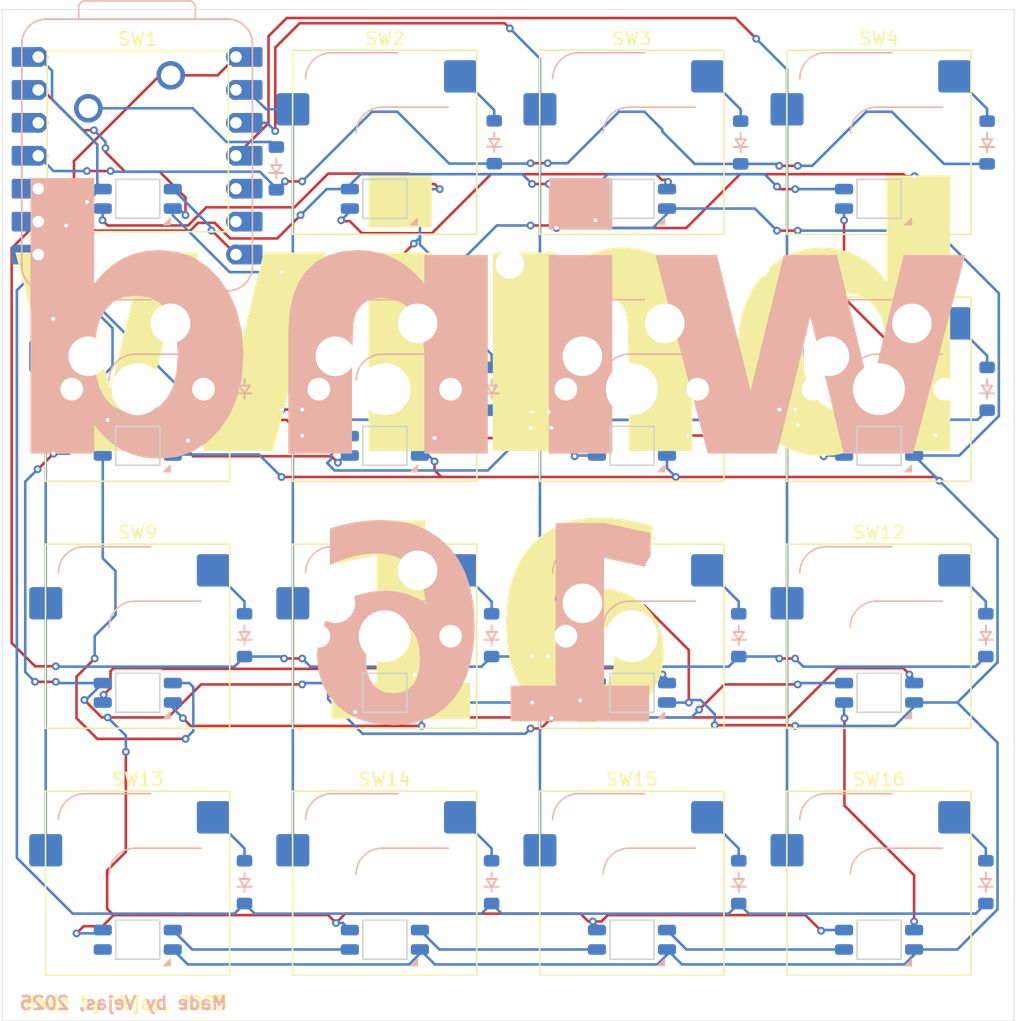
<source format=kicad_pcb>
(kicad_pcb (version 20241229) (generator "pcbnew") (generator_version "9.0")
  (layers (0 "F.Cu" signal) (2 "B.Cu" signal) (13 "F.Paste" user) (15 "B.Paste" user) (5 "F.SilkS" user "F.Silkscreen") (7 "B.SilkS" user "B.Silkscreen") (1 "F.Mask" user) (3 "B.Mask" user) (25 "Edge.Cuts" user))
  (net 0 "")
  (net 1 "Net-(D1-A)")
  (net 2 "r1")
  (net 3 "Net-(D2-A)")
  (net 4 "Net-(D3-A)")
  (net 5 "Net-(D4-A)")
  (net 6 "Net-(D5-A)")
  (net 7 "r2")
  (net 8 "Net-(D6-A)")
  (net 9 "Net-(D7-A)")
  (net 10 "Net-(D8-A)")
  (net 11 "r3")
  (net 12 "Net-(D9-A)")
  (net 13 "Net-(D10-A)")
  (net 14 "Net-(D11-A)")
  (net 15 "Net-(D12-A)")
  (net 16 "Net-(D13-A)")
  (net 17 "r4")
  (net 18 "Net-(D14-A)")
  (net 19 "Net-(D15-A)")
  (net 20 "Net-(D16-A)")
  (net 21 "GND")
  (net 22 "led")
  (net 23 "Net-(D17-DOUT)")
  (net 24 "+5V")
  (net 25 "Net-(D18-DOUT)")
  (net 26 "Net-(D19-DOUT)")
  (net 27 "Net-(D20-DOUT)")
  (net 28 "Net-(D21-DOUT)")
  (net 29 "Net-(D22-DOUT)")
  (net 30 "Net-(D23-DOUT)")
  (net 31 "Net-(D24-DOUT)")
  (net 32 "Net-(D25-DOUT)")
  (net 33 "Net-(D26-DOUT)")
  (net 34 "Net-(D27-DOUT)")
  (net 35 "Net-(D28-DOUT)")
  (net 36 "Net-(D29-DOUT)")
  (net 37 "Net-(D30-DOUT)")
  (net 38 "Net-(D31-DOUT)")
  (net 40 "c1")
  (net 41 "c2")
  (net 42 "c3")
  (net 43 "c4")
  (net 44 "+3V3")
  (footprint "ScottoKeebs_Hotswap:Hotswap_MX_1.00u" (layer "F.Cu") (at 128.258 38.18)
    (property "Reference" "SW4")
    (property "Value" "SW_Push_45deg")
  )
  (footprint "ScottoKeebs_Hotswap:Hotswap_MX_1.00u" (layer "F.Cu") (at 71.108 76.28)
    (property "Reference" "SW9")
    (property "Value" "SW_Push_45deg")
  )
  (footprint "Button_Switch_Keyboard:SW_Cherry_MX_1.00u_PCB" (layer "F.Cu") (at 73.66 33.02)
    (property "Reference" "SW1")
    (property "Value" "SW_Push_45deg")
  )
  (footprint "ScottoKeebs_Hotswap:Hotswap_MX_1.00u" (layer "F.Cu") (at 109.208 95.33)
    (property "Reference" "SW15")
    (property "Value" "SW_Push_45deg")
  )
  (footprint "ScottoKeebs_Hotswap:Hotswap_MX_1.00u" (layer "F.Cu") (at 71.108 57.23)
    (property "Reference" "SW5")
    (property "Value" "SW_Push_45deg")
  )
  (footprint "ScottoKeebs_Hotswap:Hotswap_MX_1.00u" (layer "F.Cu") (at 71.108 95.33)
    (property "Reference" "SW13")
    (property "Value" "SW_Push_45deg")
  )
  (footprint "MountingHole:MountingHole_2.2mm_M2" (layer "F.Cu") (at 80.6 66.8)
    (property "Reference" "REF**" (hide yes))
    (property "Value" "MountingHole_2.2mm_M2")
  )
  (footprint "MountingHole:MountingHole_2.2mm_M2" (layer "F.Cu") (at 99.8 47.6)
    (property "Reference" "REF**" (hide yes))
    (property "Value" "MountingHole_2.2mm_M2")
  )
  (footprint "ScottoKeebs_Hotswap:Hotswap_MX_1.00u" (layer "F.Cu") (at 128.258 76.28)
    (property "Reference" "SW12")
    (property "Value" "SW_Push_45deg")
  )
  (footprint "ScottoKeebs_Hotswap:Hotswap_MX_1.00u" (layer "F.Cu") (at 128.258 57.23)
    (property "Reference" "SW8")
    (property "Value" "SW_Push_45deg")
  )
  (footprint "ScottoKeebs_Hotswap:Hotswap_MX_1.00u" (layer "F.Cu") (at 109.208 76.28)
    (property "Reference" "SW11")
    (property "Value" "SW_Push_45deg")
  )
  (footprint "ScottoKeebs_Hotswap:Hotswap_MX_1.00u" (layer "F.Cu") (at 90.158 76.28)
    (property "Reference" "SW10")
    (property "Value" "SW_Push_45deg")
  )
  (footprint "ScottoKeebs_Hotswap:Hotswap_MX_1.00u" (layer "F.Cu") (at 109.208 57.23)
    (property "Reference" "SW7")
    (property "Value" "SW_Push_45deg")
  )
  (footprint "ScottoKeebs_Hotswap:Hotswap_MX_1.00u" (layer "F.Cu") (at 90.158 38.18)
    (property "Reference" "SW2")
    (property "Value" "SW_Push_45deg")
  )
  (footprint "MountingHole:MountingHole_2.2mm_M2" (layer "F.Cu") (at 118.8 47.6)
    (property "Reference" "REF**" (hide yes))
    (property "Value" "MountingHole_2.2mm_M2")
  )
  (footprint "ScottoKeebs_Hotswap:Hotswap_MX_1.00u" (layer "F.Cu") (at 128.258 95.33)
    (property "Reference" "SW16")
    (property "Value" "SW_Push_45deg")
  )
  (footprint "ScottoKeebs_Hotswap:Hotswap_MX_1.00u" (layer "F.Cu") (at 90.158 95.33)
    (property "Reference" "SW14")
    (property "Value" "SW_Push_45deg")
  )
  (footprint "MountingHole:MountingHole_2.2mm_M2" (layer "F.Cu") (at 80.6 85.8)
    (property "Reference" "REF**" (hide yes))
    (property "Value" "MountingHole_2.2mm_M2")
  )
  (footprint "ScottoKeebs_Hotswap:Hotswap_MX_1.00u" (layer "F.Cu") (at 90.158 57.23)
    (property "Reference" "SW6")
    (property "Value" "SW_Push_45deg")
  )
  (footprint "MountingHole:MountingHole_2.2mm_M2" (layer "F.Cu") (at 118.8 85.8)
    (property "Reference" "REF**" (hide yes))
    (property "Value" "MountingHole_2.2mm_M2")
  )
  (footprint "ScottoKeebs_Hotswap:Hotswap_MX_1.00u" (layer "F.Cu") (at 109.208 38.18)
    (property "Reference" "SW3")
    (property "Value" "SW_Push_45deg")
  )
  (footprint "ScottoKeebs_Components:LED_SK6812MINI" (layer "B.Cu") (at 71.12 99.695 180)
    (property "Reference" "D32" (hide yes))
    (property "Value" "LED_SK6812MINI" (hide yes))
    (fp_line (start 1.7 1.5) (end -1.7 1.5) (stroke (width 0.12)) (layer "Edge.Cuts"))
    (fp_line (start 1.7 -1.5) (end 1.7 1.5) (stroke (width 0.12)) (layer "Edge.Cuts"))
    (fp_line (start -1.7 1.5) (end -1.7 -1.5) (stroke (width 0.12)) (layer "Edge.Cuts"))
    (fp_line (start -1.7 -1.5) (end 1.7 -1.5) (stroke (width 0.12)) (layer "Edge.Cuts"))
  )
  (footprint "ScottoKeebs_Components:LED_SK6812MINI" (layer "B.Cu") (at 109.22 61.595 180)
    (property "Reference" "D22" (hide yes))
    (property "Value" "LED_SK6812MINI" (hide yes))
    (fp_line (start 1.7 1.5) (end -1.7 1.5) (stroke (width 0.12)) (layer "Edge.Cuts"))
    (fp_line (start 1.7 -1.5) (end 1.7 1.5) (stroke (width 0.12)) (layer "Edge.Cuts"))
    (fp_line (start -1.7 1.5) (end -1.7 -1.5) (stroke (width 0.12)) (layer "Edge.Cuts"))
    (fp_line (start -1.7 -1.5) (end 1.7 -1.5) (stroke (width 0.12)) (layer "Edge.Cuts"))
  )
  (footprint "ScottoKeebs_Components:Diode_SOD-123" (layer "B.Cu") (at 117.45 95.25 90)
    (property "Reference" "D15" (hide yes))
    (property "Value" "1N4148")
  )
  (footprint "ScottoKeebs_Components:Diode_SOD-123" (layer "B.Cu") (at 98.4 95.25 90)
    (property "Reference" "D14" (hide yes))
    (property "Value" "1N4148")
  )
  (footprint "ScottoKeebs_Components:Diode_SOD-123" (layer "B.Cu") (at 136.5 95.25 90)
    (property "Reference" "D16" (hide yes))
    (property "Value" "1N4148")
  )
  (footprint "ScottoKeebs_Components:Diode_SOD-123" (layer "B.Cu") (at 136.5 76.2 90)
    (property "Reference" "D12" (hide yes))
    (property "Value" "1N4148")
  )
  (footprint "ScottoKeebs_Components:Diode_SOD-123" (layer "B.Cu") (at 98.4 57.2 90)
    (property "Reference" "D6" (hide yes))
    (property "Value" "1N4148")
  )
  (footprint "ScottoKeebs_Components:Diode_SOD-123" (layer "B.Cu") (at 117.45 76.2 90)
    (property "Reference" "D11" (hide yes))
    (property "Value" "1N4148")
  )
  (footprint "ScottoKeebs_Components:Diode_SOD-123" (layer "B.Cu") (at 81.8 40.2 90)
    (property "Reference" "D1" (hide yes))
    (property "Value" "1N4148")
  )
  (footprint "ScottoKeebs_Components:Diode_SOD-123" (layer "B.Cu") (at 79.35 95.25 90)
    (property "Reference" "D13" (hide yes))
    (property "Value" "1N4148")
  )
  (footprint "ScottoKeebs_Components:Diode_SOD-123" (layer "B.Cu") (at 79.35 76.2 90)
    (property "Reference" "D9" (hide yes))
    (property "Value" "1N4148")
  )
  (footprint "ScottoKeebs_Components:Diode_SOD-123" (layer "B.Cu") (at 136.6 38.2 90)
    (property "Reference" "D4" (hide yes))
    (property "Value" "1N4148")
  )
  (footprint "ScottoKeebs_Components:LED_SK6812MINI" (layer "B.Cu") (at 90.17 99.695 180)
    (property "Reference" "D31" (hide yes))
    (property "Value" "LED_SK6812MINI" (hide yes))
    (fp_line (start 1.7 1.5) (end -1.7 1.5) (stroke (width 0.12)) (layer "Edge.Cuts"))
    (fp_line (start 1.7 -1.5) (end 1.7 1.5) (stroke (width 0.12)) (layer "Edge.Cuts"))
    (fp_line (start -1.7 1.5) (end -1.7 -1.5) (stroke (width 0.12)) (layer "Edge.Cuts"))
    (fp_line (start -1.7 -1.5) (end 1.7 -1.5) (stroke (width 0.12)) (layer "Edge.Cuts"))
  )
  (footprint "ScottoKeebs_Components:Diode_SOD-123" (layer "B.Cu") (at 98.4 76.2 90)
    (property "Reference" "D10" (hide yes))
    (property "Value" "1N4148")
  )
  (footprint "ScottoKeebs_Components:LED_SK6812MINI" (layer "B.Cu") (at 71.12 42.545 180)
    (property "Reference" "D17" (hide yes))
    (property "Value" "LED_SK6812MINI" (hide yes))
    (fp_line (start 1.7 1.5) (end -1.7 1.5) (stroke (width 0.12)) (layer "Edge.Cuts"))
    (fp_line (start 1.7 -1.5) (end 1.7 1.5) (stroke (width 0.12)) (layer "Edge.Cuts"))
    (fp_line (start -1.7 1.5) (end -1.7 -1.5) (stroke (width 0.12)) (layer "Edge.Cuts"))
    (fp_line (start -1.7 -1.5) (end 1.7 -1.5) (stroke (width 0.12)) (layer "Edge.Cuts"))
  )
  (footprint "ScottoKeebs_Components:LED_SK6812MINI" (layer "B.Cu") (at 90.17 42.545 180)
    (property "Reference" "D18" (hide yes))
    (property "Value" "LED_SK6812MINI" (hide yes))
    (fp_line (start 1.7 1.5) (end -1.7 1.5) (stroke (width 0.12)) (layer "Edge.Cuts"))
    (fp_line (start 1.7 -1.5) (end 1.7 1.5) (stroke (width 0.12)) (layer "Edge.Cuts"))
    (fp_line (start -1.7 1.5) (end -1.7 -1.5) (stroke (width 0.12)) (layer "Edge.Cuts"))
    (fp_line (start -1.7 -1.5) (end 1.7 -1.5) (stroke (width 0.12)) (layer "Edge.Cuts"))
  )
  (footprint "ScottoKeebs_Components:Diode_SOD-123" (layer "B.Cu") (at 117.6 38.2 90)
    (property "Reference" "D3" (hide yes))
    (property "Value" "1N4148")
  )
  (footprint "ScottoKeebs_Components:Diode_SOD-123" (layer "B.Cu") (at 136.6 57.2 90)
    (property "Reference" "D8" (hide yes))
    (property "Value" "1N4148")
  )
  (footprint "ScottoKeebs_Components:LED_SK6812MINI" (layer "B.Cu") (at 109.22 99.695 180)
    (property "Reference" "D30" (hide yes))
    (property "Value" "LED_SK6812MINI" (hide yes))
    (fp_line (start 1.7 1.5) (end -1.7 1.5) (stroke (width 0.12)) (layer "Edge.Cuts"))
    (fp_line (start 1.7 -1.5) (end 1.7 1.5) (stroke (width 0.12)) (layer "Edge.Cuts"))
    (fp_line (start -1.7 1.5) (end -1.7 -1.5) (stroke (width 0.12)) (layer "Edge.Cuts"))
    (fp_line (start -1.7 -1.5) (end 1.7 -1.5) (stroke (width 0.12)) (layer "Edge.Cuts"))
  )
  (footprint "ScottoKeebs_Components:LED_SK6812MINI" (layer "B.Cu") (at 71.12 80.645 180)
    (property "Reference" "D25" (hide yes))
    (property "Value" "LED_SK6812MINI" (hide yes))
    (fp_line (start 1.7 1.5) (end -1.7 1.5) (stroke (width 0.12)) (layer "Edge.Cuts"))
    (fp_line (start 1.7 -1.5) (end 1.7 1.5) (stroke (width 0.12)) (layer "Edge.Cuts"))
    (fp_line (start -1.7 1.5) (end -1.7 -1.5) (stroke (width 0.12)) (layer "Edge.Cuts"))
    (fp_line (start -1.7 -1.5) (end 1.7 -1.5) (stroke (width 0.12)) (layer "Edge.Cuts"))
  )
  (footprint "ScottoKeebs_Components:LED_SK6812MINI" (layer "B.Cu") (at 128.27 80.645 180)
    (property "Reference" "D28" (hide yes))
    (property "Value" "LED_SK6812MINI" (hide yes))
    (fp_line (start 1.7 1.5) (end -1.7 1.5) (stroke (width 0.12)) (layer "Edge.Cuts"))
    (fp_line (start 1.7 -1.5) (end 1.7 1.5) (stroke (width 0.12)) (layer "Edge.Cuts"))
    (fp_line (start -1.7 1.5) (end -1.7 -1.5) (stroke (width 0.12)) (layer "Edge.Cuts"))
    (fp_line (start -1.7 -1.5) (end 1.7 -1.5) (stroke (width 0.12)) (layer "Edge.Cuts"))
  )
  (footprint "ScottoKeebs_Components:Diode_SOD-123" (layer "B.Cu") (at 79.35 57.2 90)
    (property "Reference" "D5" (hide yes))
    (property "Value" "1N4148")
  )
  (footprint "ScottoKeebs_Components:LED_SK6812MINI" (layer "B.Cu") (at 71.12 61.595 180)
    (property "Reference" "D24" (hide yes))
    (property "Value" "LED_SK6812MINI" (hide yes))
    (fp_line (start 1.7 1.5) (end -1.7 1.5) (stroke (width 0.12)) (layer "Edge.Cuts"))
    (fp_line (start 1.7 -1.5) (end 1.7 1.5) (stroke (width 0.12)) (layer "Edge.Cuts"))
    (fp_line (start -1.7 1.5) (end -1.7 -1.5) (stroke (width 0.12)) (layer "Edge.Cuts"))
    (fp_line (start -1.7 -1.5) (end 1.7 -1.5) (stroke (width 0.12)) (layer "Edge.Cuts"))
  )
  (footprint "ScottoKeebs_Components:LED_SK6812MINI" (layer "B.Cu") (at 90.17 61.595 180)
    (property "Reference" "D23" (hide yes))
    (property "Value" "LED_SK6812MINI" (hide yes))
    (fp_line (start 1.7 1.5) (end -1.7 1.5) (stroke (width 0.12)) (layer "Edge.Cuts"))
    (fp_line (start 1.7 -1.5) (end 1.7 1.5) (stroke (width 0.12)) (layer "Edge.Cuts"))
    (fp_line (start -1.7 1.5) (end -1.7 -1.5) (stroke (width 0.12)) (layer "Edge.Cuts"))
    (fp_line (start -1.7 -1.5) (end 1.7 -1.5) (stroke (width 0.12)) (layer "Edge.Cuts"))
  )
  (footprint "ScottoKeebs_Components:LED_SK6812MINI" (layer "B.Cu") (at 128.27 42.545 180)
    (property "Reference" "D20" (hide yes))
    (property "Value" "LED_SK6812MINI" (hide yes))
    (fp_line (start 1.7 1.5) (end -1.7 1.5) (stroke (width 0.12)) (layer "Edge.Cuts"))
    (fp_line (start 1.7 -1.5) (end 1.7 1.5) (stroke (width 0.12)) (layer "Edge.Cuts"))
    (fp_line (start -1.7 1.5) (end -1.7 -1.5) (stroke (width 0.12)) (layer "Edge.Cuts"))
    (fp_line (start -1.7 -1.5) (end 1.7 -1.5) (stroke (width 0.12)) (layer "Edge.Cuts"))
  )
  (footprint "ScottoKeebs_Components:LED_SK6812MINI" (layer "B.Cu") (at 128.27 61.595 180)
    (property "Reference" "D21" (hide yes))
    (property "Value" "LED_SK6812MINI" (hide yes))
    (fp_line (start 1.7 1.5) (end -1.7 1.5) (stroke (width 0.12)) (layer "Edge.Cuts"))
    (fp_line (start 1.7 -1.5) (end 1.7 1.5) (stroke (width 0.12)) (layer "Edge.Cuts"))
    (fp_line (start -1.7 1.5) (end -1.7 -1.5) (stroke (width 0.12)) (layer "Edge.Cuts"))
    (fp_line (start -1.7 -1.5) (end 1.7 -1.5) (stroke (width 0.12)) (layer "Edge.Cuts"))
  )
  (footprint "ScottoKeebs_Components:LED_SK6812MINI" (layer "B.Cu") (at 128.27 99.695 180)
    (property "Reference" "D29" (hide yes))
    (property "Value" "LED_SK6812MINI" (hide yes))
    (fp_line (start 1.7 1.5) (end -1.7 1.5) (stroke (width 0.12)) (layer "Edge.Cuts"))
    (fp_line (start 1.7 -1.5) (end 1.7 1.5) (stroke (width 0.12)) (layer "Edge.Cuts"))
    (fp_line (start -1.7 1.5) (end -1.7 -1.5) (stroke (width 0.12)) (layer "Edge.Cuts"))
    (fp_line (start -1.7 -1.5) (end 1.7 -1.5) (stroke (width 0.12)) (layer "Edge.Cuts"))
  )
  (footprint "ScottoKeebs_Components:LED_SK6812MINI" (layer "B.Cu") (at 109.22 42.545 180)
    (property "Reference" "D19" (hide yes))
    (property "Value" "LED_SK6812MINI" (hide yes))
    (fp_line (start 1.7 1.5) (end -1.7 1.5) (stroke (width 0.12)) (layer "Edge.Cuts"))
    (fp_line (start 1.7 -1.5) (end 1.7 1.5) (stroke (width 0.12)) (layer "Edge.Cuts"))
    (fp_line (start -1.7 1.5) (end -1.7 -1.5) (stroke (width 0.12)) (layer "Edge.Cuts"))
    (fp_line (start -1.7 -1.5) (end 1.7 -1.5) (stroke (width 0.12)) (layer "Edge.Cuts"))
  )
  (footprint "ScottoKeebs_Components:Diode_SOD-123" (layer "B.Cu") (at 98.6 38.18 90)
    (property "Reference" "D2" (hide yes))
    (property "Value" "1N4148")
  )
  (footprint "Seeed XIAO:XIAO-RP2040-DIP" (layer "B.Cu") (at 71.0692 39.2241 180)
    (property "Reference" "U1" (hide yes))
    (property "Value" "MCU_Seeed_XIAO_RP2040")
  )
  (footprint "ScottoKeebs_Components:LED_SK6812MINI" (layer "B.Cu") (at 90.17 80.645 180)
    (property "Reference" "D26" (hide yes))
    (property "Value" "LED_SK6812MINI" (hide yes))
    (fp_line (start 1.7 1.5) (end -1.7 1.5) (stroke (width 0.12)) (layer "Edge.Cuts"))
    (fp_line (start 1.7 -1.5) (end 1.7 1.5) (stroke (width 0.12)) (layer "Edge.Cuts"))
    (fp_line (start -1.7 1.5) (end -1.7 -1.5) (stroke (width 0.12)) (layer "Edge.Cuts"))
    (fp_line (start -1.7 -1.5) (end 1.7 -1.5) (stroke (width 0.12)) (layer "Edge.Cuts"))
  )
  (footprint "ScottoKeebs_Components:LED_SK6812MINI" (layer "B.Cu") (at 109.22 80.645 180)
    (property "Reference" "D27" (hide yes))
    (property "Value" "LED_SK6812MINI" (hide yes))
    (fp_line (start 1.7 1.5) (end -1.7 1.5) (stroke (width 0.12)) (layer "Edge.Cuts"))
    (fp_line (start 1.7 -1.5) (end 1.7 1.5) (stroke (width 0.12)) (layer "Edge.Cuts"))
    (fp_line (start -1.7 1.5) (end -1.7 -1.5) (stroke (width 0.12)) (layer "Edge.Cuts"))
    (fp_line (start -1.7 -1.5) (end 1.7 -1.5) (stroke (width 0.12)) (layer "Edge.Cuts"))
  )
  (footprint "ScottoKeebs_Components:Diode_SOD-123" (layer "B.Cu") (at 117.6 57 90)
    (property "Reference" "D7" (hide yes))
    (property "Value" "1N4148")
  )
  (gr_rect (start 60.684 27.94) (end 138.684 105.94) (stroke (width 0.05)) (fill no) (layer "Edge.Cuts"))
  (gr_text "wind" (at 98.4 65.4 -0) (layer "F.SilkS") (effects (font (size 20 20) (thickness 0.3) (bold yes)) (justify bottom)))
  (gr_text "16" (at 98.2 85.2 -0) (layer "F.SilkS") (effects (font (size 15 15) (thickness 0.3) (bold yes)) (justify bottom)))
  (gr_text "Made by Vejas, 2025" (at 61.976 105.156 0) (layer "F.SilkS") (effects (font (size 1 1) (thickness 0.2) (bold yes)) (justify left bottom)))
  (gr_text "16" (at 98.4 85.4 0) (layer "B.SilkS") (effects (font (size 15 15) (thickness 0.3) (bold yes)) (justify bottom mirror)))
  (gr_text "wind" (at 98.2 65.6 0) (layer "B.SilkS") (effects (font (size 20 20) (thickness 0.3) (bold yes)) (justify bottom mirror)))
  (gr_text "Made by Vejas, 2025" (at 78.105 105.156 -0) (layer "B.SilkS") (effects (font (size 1 1) (thickness 0.2) (bold yes)) (justify left bottom mirror)))
  (segment (start 75.36 35.56) (end 67.31 35.56) (width 0.2) (layer "B.Cu") (net 1))
  (segment (start 81.4111 38.1611) (end 77.9611 38.1611) (width 0.2) (layer "B.Cu") (net 1))
  (segment (start 77.9611 38.1611) (end 75.36 35.56) (width 0.2) (layer "B.Cu") (net 1))
  (segment (start 81.8 38.55) (end 81.4111 38.1611) (width 0.2) (layer "B.Cu") (net 1))
  (segment (start 83.8 41.2) (end 82.473 41.2) (width 0.2) (layer "F.Cu") (net 2))
  (segment (start 101.4 39.8) (end 102.723 39.8) (width 0.2) (layer "F.Cu") (net 2))
  (segment (start 69.02 40.4) (end 67.2 40.4) (width 0.2) (layer "F.Cu") (net 2))
  (segment (start 120.573 40) (end 122 40) (width 0.2) (layer "F.Cu") (net 2))
  (via (at 67.2 40.4) (size 0.6) (drill 0.3) (layers "F.Cu" "B.Cu") (net 2))
  (via (at 102.723 39.8) (size 0.6) (drill 0.3) (layers "F.Cu" "B.Cu") (net 2))
  (via (at 101.4 39.8) (size 0.6) (drill 0.3) (layers "F.Cu" "B.Cu") (net 2))
  (via (at 83.8 41.2) (size 0.6) (drill 0.3) (layers "F.Cu" "B.Cu") (net 2))
  (via (at 69.02 40.4) (size 0.6) (drill 0.3) (layers "F.Cu" "B.Cu") (net 2))
  (via (at 120.573 40) (size 0.6) (drill 0.3) (layers "F.Cu" "B.Cu") (net 2))
  (via (at 82.473 41.2) (size 0.6) (drill 0.3) (layers "F.Cu" "B.Cu") (net 2))
  (via (at 122 40) (size 0.6) (drill 0.3) (layers "F.Cu" "B.Cu") (net 2))
  (segment (start 120.423 39.85) (end 120.573 40) (width 0.2) (layer "B.Cu") (net 2))
  (segment (start 81.8 41.85) (end 81.8 41.721274) (width 0.2) (layer "B.Cu") (net 2))
  (segment (start 111.559 37.359) (end 114.05 39.85) (width 0.2) (layer "B.Cu") (net 2))
  (segment (start 102.723 39.8) (end 104.241826 39.8) (width 0.2) (layer "B.Cu") (net 2))
  (segment (start 114.05 39.85) (end 117.6 39.85) (width 0.2) (layer "B.Cu") (net 2))
  (segment (start 95.132816 39.83) (end 91.131816 35.829) (width 0.2) (layer "B.Cu") (net 2))
  (segment (start 64.6251 40.4) (end 63.4492 39.2241) (width 0.2) (layer "B.Cu") (net 2))
  (segment (start 98.6 39.83) (end 95.132816 39.83) (width 0.2) (layer "B.Cu") (net 2))
  (segment (start 82.473 41.2) (end 82.45 41.2) (width 0.2) (layer "B.Cu") (net 2))
  (segment (start 133.274174 39.85) (end 136.6 39.85) (width 0.2) (layer "B.Cu") (net 2))
  (segment (start 69.071 40.451) (end 69.02 40.4) (width 0.2) (layer "B.Cu") (net 2))
  (segment (start 81.8 41.721274) (end 80.529726 40.451) (width 0.2) (layer "B.Cu") (net 2))
  (segment (start 89.171 35.829) (end 83.8 41.2) (width 0.2) (layer "B.Cu") (net 2))
  (segment (start 91.131816 35.829) (end 89.171 35.829) (width 0.2) (layer "B.Cu") (net 2))
  (segment (start 111.559 37.206184) (end 111.559 37.359) (width 0.2) (layer "B.Cu") (net 2))
  (segment (start 80.529726 40.451) (end 69.071 40.451) (width 0.2) (layer "B.Cu") (net 2))
  (segment (start 122 40) (end 123.113184 40) (width 0.2) (layer "B.Cu") (net 2))
  (segment (start 101.37 39.83) (end 101.4 39.8) (width 0.2) (layer "B.Cu") (net 2))
  (segment (start 110.181816 35.829) (end 111.559 37.206184) (width 0.2) (layer "B.Cu") (net 2))
  (segment (start 98.6 39.83) (end 101.37 39.83) (width 0.2) (layer "B.Cu") (net 2))
  (segment (start 82.45 41.2) (end 81.8 41.85) (width 0.2) (layer "B.Cu") (net 2))
  (segment (start 67.2 40.4) (end 64.6251 40.4) (width 0.2) (layer "B.Cu") (net 2))
  (segment (start 123.113184 40) (end 127.284184 35.829) (width 0.2) (layer "B.Cu") (net 2))
  (segment (start 104.241826 39.8) (end 108.212826 35.829) (width 0.2) (layer "B.Cu") (net 2))
  (segment (start 129.253174 35.829) (end 133.274174 39.85) (width 0.2) (layer "B.Cu") (net 2))
  (segment (start 127.284184 35.829) (end 129.253174 35.829) (width 0.2) (layer "B.Cu") (net 2))
  (segment (start 117.6 39.85) (end 120.423 39.85) (width 0.2) (layer "B.Cu") (net 2))
  (segment (start 108.212826 35.829) (end 110.181816 35.829) (width 0.2) (layer "B.Cu") (net 2))
  (segment (start 96 33.1) (end 98.6 35.7) (width 0.2) (layer "B.Cu") (net 3))
  (segment (start 98.6 35.7) (end 98.6 36.53) (width 0.2) (layer "B.Cu") (net 3))
  (segment (start 115.05 33.1) (end 117.6 35.65) (width 0.2) (layer "B.Cu") (net 4))
  (segment (start 117.6 35.65) (end 117.6 36.55) (width 0.2) (layer "B.Cu") (net 4))
  (segment (start 136.6 35.6) (end 136.6 36.55) (width 0.2) (layer "B.Cu") (net 5))
  (segment (start 134.1 33.1) (end 136.6 35.6) (width 0.2) (layer "B.Cu") (net 5))
  (segment (start 79.35 54.55) (end 79.35 55.55) (width 0.2) (layer "B.Cu") (net 6))
  (segment (start 76.95 52.15) (end 79.35 54.55) (width 0.2) (layer "B.Cu") (net 6))
  (segment (start 101.523 59) (end 102.8 59) (width 0.2) (layer "F.Cu") (net 7))
  (segment (start 65.6 43.9149) (end 65.6 44.6) (width 0.2) (layer "F.Cu") (net 7))
  (segment (start 120.573 58.8) (end 121.8 58.8) (width 0.2) (layer "F.Cu") (net 7))
  (segment (start 82.2 58.8) (end 83.8 58.8) (width 0.2) (layer "F.Cu") (net 7))
  (segment (start 63.4492 41.7641) (end 65.6 43.9149) (width 0.2) (layer "F.Cu") (net 7))
  (via (at 101.523 59) (size 0.6) (drill 0.3) (layers "F.Cu" "B.Cu") (net 7))
  (via (at 83.8 58.8) (size 0.6) (drill 0.3) (layers "F.Cu" "B.Cu") (net 7))
  (via (at 82.2 58.8) (size 0.6) (drill 0.3) (layers "F.Cu" "B.Cu") (net 7))
  (via (at 102.8 59) (size 0.6) (drill 0.3) (layers "F.Cu" "B.Cu") (net 7))
  (via (at 120.573 58.8) (size 0.6) (drill 0.3) (layers "F.Cu" "B.Cu") (net 7))
  (via (at 121.8 58.8) (size 0.6) (drill 0.3) (layers "F.Cu" "B.Cu") (net 7))
  (via (at 65.6 44.6) (size 0.6) (drill 0.3) (layers "F.Cu" "B.Cu") (net 7))
  (segment (start 83.8 58.8) (end 84.581 59.581) (width 0.2) (layer "B.Cu") (net 7))
  (segment (start 84.581 59.581) (end 97.669 59.581) (width 0.2) (layer "B.Cu") (net 7))
  (segment (start 65.6 44.6) (end 65.6 48.375826) (width 0.2) (layer "B.Cu") (net 7))
  (segment (start 65.6 48.375826) (end 76.074174 58.85) (width 0.2) (layer "B.Cu") (net 7))
  (segment (start 82.15 58.85) (end 82.2 58.8) (width 0.2) (layer "B.Cu") (net 7))
  (segment (start 122.581 59.581) (end 135.869 59.581) (width 0.2) (layer "B.Cu") (net 7))
  (segment (start 117.6 58.65) (end 120.423 58.65) (width 0.2) (layer "B.Cu") (net 7))
  (segment (start 103.4 59.6) (end 116.65 59.6) (width 0.2) (layer "B.Cu") (net 7))
  (segment (start 97.669 59.581) (end 98.4 58.85) (width 0.2) (layer "B.Cu") (net 7))
  (segment (start 79.35 58.85) (end 82.15 58.85) (width 0.2) (layer "B.Cu") (net 7))
  (segment (start 98.4 58.85) (end 101.373 58.85) (width 0.2) (layer "B.Cu") (net 7))
  (segment (start 101.373 58.85) (end 101.523 59) (width 0.2) (layer "B.Cu") (net 7))
  (segment (start 76.074174 58.85) (end 79.35 58.85) (width 0.2) (layer "B.Cu") (net 7))
  (segment (start 135.869 59.581) (end 136.6 58.85) (width 0.2) (layer "B.Cu") (net 7))
  (segment (start 116.65 59.6) (end 117.6 58.65) (width 0.2) (layer "B.Cu") (net 7))
  (segment (start 121.8 58.8) (end 122.581 59.581) (width 0.2) (layer "B.Cu") (net 7))
  (segment (start 120.423 58.65) (end 120.573 58.8) (width 0.2) (layer "B.Cu") (net 7))
  (segment (start 102.8 59) (end 103.4 59.6) (width 0.2) (layer "B.Cu") (net 7))
  (segment (start 98.4 54.55) (end 98.4 55.55) (width 0.2) (layer "B.Cu") (net 8))
  (segment (start 96 52.15) (end 98.4 54.55) (width 0.2) (layer "B.Cu") (net 8))
  (segment (start 117.6 54.7) (end 117.6 55.35) (width 0.2) (layer "B.Cu") (net 9))
  (segment (start 115.05 52.15) (end 117.6 54.7) (width 0.2) (layer "B.Cu") (net 9))
  (segment (start 136.6 54.65) (end 136.6 55.55) (width 0.2) (layer "B.Cu") (net 10))
  (segment (start 134.1 52.15) (end 136.6 54.65) (width 0.2) (layer "B.Cu") (net 10))
  (segment (start 64.8 78.6) (end 63.2 78.6) (width 0.2) (layer "F.Cu") (net 11))
  (segment (start 63.2 78.6) (end 61.4 76.8) (width 0.2) (layer "F.Cu") (net 11))
  (segment (start 61.4 46.3533) (end 63.4492 44.3041) (width 0.2) (layer "F.Cu") (net 11))
  (segment (start 61.4 76.8) (end 61.4 46.3533) (width 0.2) (layer "F.Cu") (net 11))
  (segment (start 120.573 78) (end 121.8 78) (width 0.2) (layer "F.Cu") (net 11))
  (segment (start 82.4 78) (end 83.8 78) (width 0.2) (layer "F.Cu") (net 11))
  (segment (start 101.523 77.8) (end 102.723 77.8) (width 0.2) (layer "F.Cu") (net 11))
  (via (at 83.8 78) (size 0.6) (drill 0.3) (layers "F.Cu" "B.Cu") (net 11))
  (via (at 101.523 77.8) (size 0.6) (drill 0.3) (layers "F.Cu" "B.Cu") (net 11))
  (via (at 82.4 78) (size 0.6) (drill 0.3) (layers "F.Cu" "B.Cu") (net 11))
  (via (at 121.8 78) (size 0.6) (drill 0.3) (layers "F.Cu" "B.Cu") (net 11))
  (via (at 120.573 78) (size 0.6) (drill 0.3) (layers "F.Cu" "B.Cu") (net 11))
  (via (at 102.723 77.8) (size 0.6) (drill 0.3) (layers "F.Cu" "B.Cu") (net 11))
  (via (at 64.8 78.6) (size 0.6) (drill 0.3) (layers "F.Cu" "B.Cu") (net 11))
  (segment (start 101.473 77.85) (end 101.523 77.8) (width 0.2) (layer "B.Cu") (net 11))
  (segment (start 79.35 77.85) (end 82.25 77.85) (width 0.2) (layer "B.Cu") (net 11))
  (segment (start 116.669 78.631) (end 117.45 77.85) (width 0.2) (layer "B.Cu") (net 11))
  (segment (start 79.35 77.85) (end 78.569 78.631) (width 0.2) (layer "B.Cu") (net 11))
  (segment (start 122.431 78.631) (end 135.719 78.631) (width 0.2) (layer "B.Cu") (net 11))
  (segment (start 102.723 77.8) (end 103.554 78.631) (width 0.2) (layer "B.Cu") (net 11))
  (segment (start 84.431 78.631) (end 97.619 78.631) (width 0.2) (layer "B.Cu") (net 11))
  (segment (start 135.719 78.631) (end 136.5 77.85) (width 0.2) (layer "B.Cu") (net 11))
  (segment (start 120.423 77.85) (end 120.573 78) (width 0.2) (layer "B.Cu") (net 11))
  (segment (start 121.8 78) (end 122.431 78.631) (width 0.2) (layer "B.Cu") (net 11))
  (segment (start 78.569 78.631) (end 64.831 78.631) (width 0.2) (layer "B.Cu") (net 11))
  (segment (start 103.554 78.631) (end 116.669 78.631) (width 0.2) (layer "B.Cu") (net 11))
  (segment (start 117.45 77.85) (end 120.423 77.85) (width 0.2) (layer "B.Cu") (net 11))
  (segment (start 82.25 77.85) (end 82.4 78) (width 0.2) (layer "B.Cu") (net 11))
  (segment (start 64.831 78.631) (end 64.8 78.6) (width 0.2) (layer "B.Cu") (net 11))
  (segment (start 98.4 77.85) (end 101.473 77.85) (width 0.2) (layer "B.Cu") (net 11))
  (segment (start 97.619 78.631) (end 98.4 77.85) (width 0.2) (layer "B.Cu") (net 11))
  (segment (start 83.8 78) (end 84.431 78.631) (width 0.2) (layer "B.Cu") (net 11))
  (segment (start 79.35 73.6) (end 79.35 74.55) (width 0.2) (layer "B.Cu") (net 12))
  (segment (start 76.95 71.2) (end 79.35 73.6) (width 0.2) (layer "B.Cu") (net 12))
  (segment (start 96 71.2) (end 98.4 73.6) (width 0.2) (layer "B.Cu") (net 13))
  (segment (start 98.4 73.6) (end 98.4 74.55) (width 0.2) (layer "B.Cu") (net 13))
  (segment (start 115.05 71.2) (end 117.45 73.6) (width 0.2) (layer "B.Cu") (net 14))
  (segment (start 117.45 73.6) (end 117.45 74.55) (width 0.2) (layer "B.Cu") (net 14))
  (segment (start 136.5 73.6) (end 136.5 74.55) (width 0.2) (layer "B.Cu") (net 15))
  (segment (start 134.1 71.2) (end 136.5 73.6) (width 0.2) (layer "B.Cu") (net 15))
  (segment (start 76.95 90.25) (end 79.35 92.65) (width 0.2) (layer "B.Cu") (net 16))
  (segment (start 79.35 92.65) (end 79.35 93.6) (width 0.2) (layer "B.Cu") (net 16))
  (segment (start 135.719 97.681) (end 118.231 97.681) (width 0.2) (layer "B.Cu") (net 17))
  (segment (start 98.4 96.9) (end 97.619 97.681) (width 0.2) (layer "B.Cu") (net 17))
  (segment (start 61.8 49.6) (end 63.4492 47.9508) (width 0.2) (layer "B.Cu") (net 17))
  (segment (start 97.619 97.681) (end 80.131 97.681) (width 0.2) (layer "B.Cu") (net 17))
  (segment (start 66.10284 97.681) (end 61.8 93.37816) (width 0.2) (layer "B.Cu") (net 17))
  (segment (start 61.8 93.37816) (end 61.8 49.6) (width 0.2) (layer "B.Cu") (net 17))
  (segment (start 80.131 97.681) (end 79.35 96.9) (width 0.2) (layer "B.Cu") (net 17))
  (segment (start 117.45 96.9) (end 116.669 97.681) (width 0.2) (layer "B.Cu") (net 17))
  (segment (start 136.5 96.9) (end 135.719 97.681) (width 0.2) (layer "B.Cu") (net 17))
  (segment (start 99.181 97.681) (end 98.4 96.9) (width 0.2) (layer "B.Cu") (net 17))
  (segment (start 116.669 97.681) (end 99.181 97.681) (width 0.2) (layer "B.Cu") (net 17))
  (segment (start 118.231 97.681) (end 117.45 96.9) (width 0.2) (layer "B.Cu") (net 17))
  (segment (start 63.4492 47.9508) (end 63.4492 46.8441) (width 0.2) (layer "B.Cu") (net 17))
  (segment (start 78.569 97.681) (end 66.10284 97.681) (width 0.2) (layer "B.Cu") (net 17))
  (segment (start 79.35 96.9) (end 78.569 97.681) (width 0.2) (layer "B.Cu") (net 17))
  (segment (start 98.4 92.65) (end 98.4 93.6) (width 0.2) (layer "B.Cu") (net 18))
  (segment (start 96 90.25) (end 98.4 92.65) (width 0.2) (layer "B.Cu") (net 18))
  (segment (start 115.05 90.25) (end 117.45 92.65) (width 0.2) (layer "B.Cu") (net 19))
  (segment (start 117.45 92.65) (end 117.45 93.6) (width 0.2) (layer "B.Cu") (net 19))
  (segment (start 136.5 92.65) (end 136.5 93.6) (width 0.2) (layer "B.Cu") (net 20))
  (segment (start 134.1 90.25) (end 136.5 92.65) (width 0.2) (layer "B.Cu") (net 20))
  (segment (start 101.523 80.640184) (end 108.234184 73.929) (width 0.2) (layer "F.Cu") (net 21))
  (segment (start 112.6 64) (end 132.625 64) (width 0.2) (layer "F.Cu") (net 21))
  (segment (start 75.2 83.2) (end 93 83.2) (width 0.2) (layer "F.Cu") (net 21))
  (segment (start 68.627234 38.93897) (end 68.627234 38.637234) (width 0.2) (layer "F.Cu") (net 21))
  (segment (start 74.8 43.8) (end 74.8 42.446816) (width 0.2) (layer "F.Cu") (net 21))
  (segment (start 121.746 83.146) (end 115.6 83.146) (width 0.2) (layer "F.Cu") (net 21))
  (segment (start 122 45) (end 120.4 45) (width 0.2) (layer "F.Cu") (net 21))
  (segment (start 66.88994 37.25147) (end 67.73847 37.25147) (width 0.2) (layer "F.Cu") (net 21))
  (segment (start 108.234184 73.929) (end 110.181816 73.929) (width 0.2) (layer "F.Cu") (net 21))
  (segment (start 121.8 83.2) (end 121.746 83.146) (width 0.2) (layer "F.Cu") (net 21))
  (segment (start 72.804184 40.451) (end 70.139264 40.451) (width 0.2) (layer "F.Cu") (net 21))
  (segment (start 101.4 44.6) (end 103.2 44.6) (width 0.2) (layer "F.Cu") (net 21))
  (segment (start 110.181816 73.929) (end 113.6 77.347184) (width 0.2) (layer "F.Cu") (net 21))
  (segment (start 74.6 82.6) (end 75.2 83.2) (width 0.2) (layer "F.Cu") (net 21))
  (segment (start 94 63.475) (end 94.525 64) (width 0.2) (layer "F.Cu") (net 21))
  (segment (start 112.6 64) (end 95 64) (width 0.2) (layer "F.Cu") (net 21))
  (segment (start 101.523 81.4) (end 101.523 80.640184) (width 0.2) (layer "F.Cu") (net 21))
  (segment (start 70.139264 40.451) (end 68.627234 38.93897) (width 0.2) (layer "F.Cu") (net 21))
  (segment (start 132.625 64) (end 132.9125 64.2875) (width 0.2) (layer "F.Cu") (net 21))
  (segment (start 82.2 64) (end 95 64) (width 0.2) (layer "F.Cu") (net 21))
  (segment (start 94 62.8) (end 94 63.475) (width 0.2) (layer "F.Cu") (net 21))
  (segment (start 63.4492 34.1441) (end 63.78257 34.1441) (width 0.2) (layer "F.Cu") (net 21))
  (segment (start 103.2 44.6) (end 103.4 44.8) (width 0.2) (layer "F.Cu") (net 21))
  (segment (start 94.525 64) (end 95 64) (width 0.2) (layer "F.Cu") (net 21))
  (segment (start 90.2 48.2) (end 92.4 46) (width 0.2) (layer "F.Cu") (net 21))
  (segment (start 113.6 77.347184) (end 113.6 81.4) (width 0.2) (layer "F.Cu") (net 21))
  (segment (start 63.78257 34.1441) (end 66.88994 37.25147) (width 0.2) (layer "F.Cu") (net 21))
  (segment (start 74.8 42.446816) (end 72.804184 40.451) (width 0.2) (layer "F.Cu") (net 21))
  (segment (start 82.2 48.2) (end 90.2 48.2) (width 0.2) (layer "F.Cu") (net 21))
  (via (at 74.6 82.6) (size 0.6) (drill 0.3) (layers "F.Cu" "B.Cu") (net 21))
  (via (at 68.627234 38.637234) (size 0.6) (drill 0.3) (layers "F.Cu" "B.Cu") (net 21))
  (via (at 113.6 81.4) (size 0.6) (drill 0.3) (layers "F.Cu" "B.Cu") (net 21))
  (via (at 132.9125 64.2875) (size 0.6) (drill 0.3) (layers "F.Cu" "B.Cu") (net 21))
  (via (at 94 62.8) (size 0.6) (drill 0.3) (layers "F.Cu" "B.Cu") (net 21))
  (via (at 82.2 64) (size 0.6) (drill 0.3) (layers "F.Cu" "B.Cu") (net 21))
  (via (at 93 83.2) (size 0.6) (drill 0.3) (layers "F.Cu" "B.Cu") (net 21))
  (via (at 101.523 81.4) (size 0.6) (drill 0.3) (layers "F.Cu" "B.Cu") (net 21))
  (via (at 101.4 44.6) (size 0.6) (drill 0.3) (layers "F.Cu" "B.Cu") (net 21))
  (via (at 67.73847 37.25147) (size 0.6) (drill 0.3) (layers "F.Cu" "B.Cu") (net 21))
  (via (at 103.4 44.8) (size 0.6) (drill 0.3) (layers "F.Cu" "B.Cu") (net 21))
  (via (at 121.8 83.2) (size 0.6) (drill 0.3) (layers "F.Cu" "B.Cu") (net 21))
  (via (at 74.8 43.8) (size 0.6) (drill 0.3) (layers "F.Cu" "B.Cu") (net 21))
  (via (at 112.6 64) (size 0.6) (drill 0.3) (layers "F.Cu" "B.Cu") (net 21))
  (via (at 82.2 48.2) (size 0.6) (drill 0.3) (layers "F.Cu" "B.Cu") (net 21))
  (via (at 122 45) (size 0.6) (drill 0.3) (layers "F.Cu" "B.Cu") (net 21))
  (via (at 92.4 46) (size 0.6) (drill 0.3) (layers "F.Cu" "B.Cu") (net 21))
  (via (at 115.6 83.146) (size 0.6) (drill 0.3) (layers "F.Cu" "B.Cu") (net 21))
  (via (at 120.4 45) (size 0.6) (drill 0.3) (layers "F.Cu" "B.Cu") (net 21))
  (segment (start 92.87 100.445) (end 94.021 101.596) (width 0.2) (layer "B.Cu") (net 21))
  (segment (start 80.466274 62.266274) (end 82.2 64) (width 0.2) (layer "B.Cu") (net 21))
  (segment (start 113.8 81.2) (end 113.6 81.4) (width 0.2) (layer "B.Cu") (net 21))
  (segment (start 137.501 49.826) (end 130.97 43.295) (width 0.2) (layer "B.Cu") (net 21))
  (segment (start 92.4 46) (end 92.87 45.53) (width 0.2) (layer "B.Cu") (net 21))
  (segment (start 137.401 84.49089) (end 137.401 97.34911) (width 0.2) (layer "B.Cu") (net 21))
  (segment (start 111.92 63.32) (end 112.6 64) (width 0.2) (layer "B.Cu") (net 21))
  (segment (start 130.97 81.395) (end 130.97 81.7121) (width 0.2) (layer "B.Cu") (net 21))
  (segment (start 130.97 62.345) (end 134.45511 62.345) (width 0.2) (layer "B.Cu") (net 21))
  (segment (start 92.87 45.4) (end 92.87 43.295) (width 0.2) (layer "B.Cu") (net 21))
  (segment (start 114.503943 81.2) (end 113.8 81.2) (width 0.2) (layer "B.Cu") (net 21))
  (segment (start 93 83.2) (end 93 81.525) (width 0.2) (layer "B.Cu") (net 21))
  (segment (start 73.82 62.345) (end 73.898726 62.266274) (width 0.2) (layer "B.Cu") (net 21))
  (segment (start 73.82 43.295) (end 73.82 43.82) (width 0.2) (layer "B.Cu") (net 21))
  (segment (start 111.179 101.596) (end 111.92 100.855) (width 0.2) (layer "B.Cu") (net 21))
  (segment (start 115.6 82.296057) (end 114.503943 81.2) (width 0.2) (layer "B.Cu") (net 21))
  (segment (start 130.97 81.395) (end 134.30511 81.395) (width 0.2) (layer "B.Cu") (net 21))
  (segment (start 132.9125 64.2875) (end 130.97 62.345) (width 0.2) (layer "B.Cu") (net 21))
  (segment (start 134.30511 100.445) (end 130.97 100.445) (width 0.2) (layer "B.Cu") (net 21))
  (segment (start 92.87 100.7621) (end 92.0361 101.596) (width 0.2) (layer "B.Cu") (net 21))
  (segment (start 68.627234 38.140234) (end 67.73847 37.25147) (width 0.2) (layer "B.Cu") (net 21))
  (segment (start 73.82 81.82) (end 74.6 82.6) (width 0.2) (layer "B.Cu") (net 21))
  (segment (start 134.30511 81.395) (end 137.401 78.29911) (width 0.2) (layer "B.Cu") (net 21))
  (segment (start 92.87 45.53) (end 92.87 45.4) (width 0.2) (layer "B.Cu") (net 21))
  (segment (start 78.2 48.2) (end 82.2 48.2) (width 0.2) (layer "B.Cu") (net 21))
  (segment (start 130.97 43.755) (end 129.725 45) (width 0.2) (layer "B.Cu") (net 21))
  (segment (start 103.4 44.8) (end 110.825 44.8) (width 0.2) (layer "B.Cu") (net 21))
  (segment (start 73.82 43.82) (end 78.2 48.2) (width 0.2) (layer "B.Cu") (net 21))
  (segment (start 93 81.525) (end 92.87 81.395) (width 0.2) (layer "B.Cu") (net 21))
  (segment (start 137.401 78.29911) (end 137.401 68.776) (width 0.2) (layer "B.Cu") (net 21))
  (segment (start 111.92 62.345) (end 111.92 63.32) (width 0.2) (layer "B.Cu") (net 21))
  (segment (start 92.0361 101.596) (end 74.971 101.596) (width 0.2) (layer "B.Cu") (net 21))
  (segment (start 73.82 81.395) (end 73.82 81.82) (width 0.2) (layer "B.Cu") (net 21))
  (segment (start 111.92 43.705) (end 111.92 43.295) (width 0.2) (layer "B.Cu") (net 21))
  (segment (start 101.6 44.6) (end 101.4 44.6) (width 0.2) (layer "B.Cu") (net 21))
  (segment (start 96 47.4) (end 98.8 44.6) (width 0.2) (layer "B.Cu") (net 21))
  (segment (start 98.8 44.6) (end 101.6 44.6) (width 0.2) (layer "B.Cu") (net 21))
  (segment (start 120.4 45) (end 118.695 43.295) (width 0.2) (layer "B.Cu") (net 21))
  (segment (start 137.501 59.29911) (end 137.501 49.826) (width 0.2) (layer "B.Cu") (net 21))
  (segment (start 130.97 100.855) (end 130.97 100.445) (width 0.2) (layer "B.Cu") (net 21))
  (segment (start 129.725 45) (end 122 45) (width 0.2) (layer "B.Cu") (net 21))
  (segment (start 92.87 45.4) (end 92.87 46.07) (width 0.2) (layer "B.Cu") (net 21))
  (segment (start 137.401 68.776) (end 132.9125 64.2875) (width 0.2) (layer "B.Cu") (net 21))
  (segment (start 129.4821 83.2) (end 121.8 83.2) (width 0.2) (layer "B.Cu") (net 21))
  (segment (start 111.92 100.855) (end 111.92 100.445) (width 0.2) (layer "B.Cu") (net 21))
  (segment (start 130.97 81.7121) (end 129.4821 83.2) (width 0.2) (layer "B.Cu") (net 21))
  (segment (start 111.925 81.4) (end 111.92 81.395) (width 0.2) (layer "B.Cu") (net 21))
  (segment (start 74.295 43.295) (end 74.8 43.8) (width 0.2) (layer "B.Cu") (net 21))
  (segment (start 94.2 47.4) (end 96 47.4) (width 0.2) (layer "B.Cu") (net 21))
  (segment (start 115.6 83.146) (end 115.6 82.296057) (width 0.2) (layer "B.Cu") (net 21))
  (segment (start 134.30511 81.395) (end 137.401 84.49089) (width 0.2) (layer "B.Cu") (net 21))
  (segment (start 111.92 100.445) (end 113.071 101.596) (width 0.2) (layer "B.Cu") (net 21))
  (segment (start 93.545 62.345) (end 94 62.8) (width 0.2) (layer "B.Cu") (net 21))
  (segment (start 130.229 101.596) (end 130.97 100.855) (width 0.2) (layer "B.Cu") (net 21))
  (segment (start 118.695 43.295) (end 111.92 43.295) (width 0.2) (layer "B.Cu") (net 21))
  (segment (start 73.82 43.295) (end 74.295 43.295) (width 0.2) (layer "B.Cu") (net 21))
  (segment (start 68.627234 38.637234) (end 68.627234 38.140234) (width 0.2) (layer "B.Cu") (net 21))
  (segment (start 94.021 101.596) (end 111.179 101.596) (width 0.2) (layer "B.Cu") (net 21))
  (segment (start 73.898726 62.266274) (end 80.466274 62.266274) (width 0.2) (layer "B.Cu") (net 21))
  (segment (start 101.518 81.395) (end 101.523 81.4) (width 0.2) (layer "B.Cu") (net 21))
  (segment (start 74.971 101.596) (end 73.82 100.445) (width 0.2) (layer "B.Cu") (net 21))
  (segment (start 113.6 81.4) (end 111.925 81.4) (width 0.2) (layer "B.Cu") (net 21))
  (segment (start 130.97 43.295) (end 130.97 43.755) (width 0.2) (layer "B.Cu") (net 21))
  (segment (start 113.071 101.596) (end 130.229 101.596) (width 0.2) (layer "B.Cu") (net 21))
  (segment (start 92.87 46.07) (end 94.2 47.4) (width 0.2) (layer "B.Cu") (net 21))
  (segment (start 92.87 100.445) (end 92.87 100.7621) (width 0.2) (layer "B.Cu") (net 21))
  (segment (start 92.87 62.345) (end 93.545 62.345) (width 0.2) (layer "B.Cu") (net 21))
  (segment (start 137.401 97.34911) (end 134.30511 100.445) (width 0.2) (layer "B.Cu") (net 21))
  (segment (start 92.87 81.395) (end 101.518 81.395) (width 0.2) (layer "B.Cu") (net 21))
  (segment (start 110.825 44.8) (end 111.92 43.705) (width 0.2) (layer "B.Cu") (net 21))
  (segment (start 134.45511 62.345) (end 137.501 59.29911) (width 0.2) (layer "B.Cu") (net 21))
  (segment (start 76.8 45) (end 76.8451 45) (width 0.2) (layer "F.Cu") (net 22))
  (segment (start 76.8451 45) (end 78.6892 46.8441) (width 0.2) (layer "F.Cu") (net 22))
  (via (at 76.8 45) (size 0.6) (drill 0.3) (layers "F.Cu" "B.Cu") (net 22))
  (segment (start 76.8 44.775) (end 76.8 45) (width 0.2) (layer "B.Cu") (net 22))
  (segment (start 73.82 41.795) (end 76.8 44.775) (width 0.2) (layer "B.Cu") (net 22))
  (segment (start 75 44.6) (end 68.8 44.6) (width 0.2) (layer "F.Cu") (net 23))
  (segment (start 68.8 44.6) (end 68.4 44.2) (width 0.2) (layer "F.Cu") (net 23))
  (segment (start 91.9911 40.599) (end 85.801 40.599) (width 0.2) (layer "F.Cu") (net 23))
  (segment (start 94.0079 41.4079) (end 92.8 41.4079) (width 0.2) (layer "F.Cu") (net 23))
  (segment (start 94.4 41.8) (end 94.0079 41.4079) (width 0.2) (layer "F.Cu") (net 23))
  (segment (start 76.4 43.2) (end 75 44.6) (width 0.2) (layer "F.Cu") (net 23))
  (segment (start 92.8 41.4079) (end 91.9911 40.599) (width 0.2) (layer "F.Cu") (net 23))
  (segment (start 85.801 40.599) (end 83.2 43.2) (width 0.2) (layer "F.Cu") (net 23))
  (segment (start 83.2 43.2) (end 76.4 43.2) (width 0.2) (layer "F.Cu") (net 23))
  (via (at 68.4 44.2) (size 0.6) (drill 0.3) (layers "F.Cu" "B.Cu") (net 23))
  (via (at 94.4 41.8) (size 0.6) (drill 0.3) (layers "F.Cu" "B.Cu") (net 23))
  (segment (start 94.4 41.8) (end 92.875 41.8) (width 0.2) (layer "B.Cu") (net 23))
  (segment (start 92.875 41.8) (end 92.87 41.795) (width 0.2) (layer "B.Cu") (net 23))
  (segment (start 68.42 43.295) (end 68.42 44.18) (width 0.2) (layer "B.Cu") (net 23))
  (segment (start 68.42 44.18) (end 68.4 44.2) (width 0.2) (layer "B.Cu") (net 23))
  (segment (start 121.8 41.8) (end 120.6 41.8) (width 0.2) (layer "F.Cu") (net 24))
  (segment (start 105.256 97.681) (end 87.119 97.681) (width 0.2) (layer "F.Cu") (net 24))
  (segment (start 76 80) (end 73.454 82.546) (width 0.2) (layer "F.Cu") (net 24))
  (segment (start 101.523 41.4) (end 102.8 41.4) (width 0.2) (layer "F.Cu") (net 24))
  (segment (start 122.594 97.794) (end 123.8 99) (width 0.2) (layer "F.Cu") (net 24))
  (segment (start 107.3539 97.794) (end 122.594 97.794) (width 0.2) (layer "F.Cu") (net 24))
  (segment (start 66.9521 98.6479) (end 68.4 98.6479) (width 0.2) (layer "F.Cu") (net 24))
  (segment (start 66.4 99.2) (end 66.9521 98.6479) (width 0.2) (layer "F.Cu") (net 24))
  (segment (start 105.856 98.281) (end 105.256 97.681) (width 0.2) (layer "F.Cu") (net 24))
  (segment (start 87.119 97.681) (end 86.4 98.4) (width 0.2) (layer "F.Cu") (net 24))
  (segment (start 63.4 63.4) (end 63.423 63.4) (width 0.2) (layer "F.Cu") (net 24))
  (segment (start 120.6 41.8) (end 120.4 41.6) (width 0.2) (layer "F.Cu") (net 24))
  (segment (start 121.601 59.601) (end 102.799 59.601) (width 0.2) (layer "F.Cu") (net 24))
  (segment (start 75.7681 44.399) (end 75.1661 45.001) (width 0.2) (layer "F.Cu") (net 24))
  (segment (start 116.346 80) (end 114.4 81.946) (width 0.2) (layer "F.Cu") (net 24))
  (segment (start 77.048943 44.399) (end 75.7681 44.399) (width 0.2) (layer "F.Cu") (net 24))
  (segment (start 83.673 43.8) (end 81.873 45.6) (width 0.2) (layer "F.Cu") (net 24))
  (segment (start 78.249943 45.6) (end 77.048943 44.399) (width 0.2) (layer "F.Cu") (net 24))
  (segment (start 67.801 45.001) (end 67.2 44.4) (width 0.2) (layer "F.Cu") (net 24))
  (segment (start 69.2539 97.794) (end 68.757 97.2971) (width 0.2) (layer "F.Cu") (net 24))
  (segment (start 101.4 60.2) (end 102.2 60.2) (width 0.2) (layer "F.Cu") (net 24))
  (segment (start 67.2 44.4) (end 67.2 42.8) (width 0.2) (layer "F.Cu") (net 24))
  (segment (start 85.794 97.794) (end 86.4 98.4) (width 0.2) (layer "F.Cu") (net 24))
  (segment (start 68.346 82.546) (end 67 81.2) (width 0.2) (layer "F.Cu") (net 24))
  (segment (start 102.2 60.2) (end 103 60.2) (width 0.2) (layer "F.Cu") (net 24))
  (segment (start 83.8 80) (end 76 80) (width 0.2) (layer "F.Cu") (net 24))
  (segment (start 63.423 63.4) (end 64.623 62.2) (width 0.2) (layer "F.Cu") (net 24))
  (segment (start 73.454 82.546) (end 68.8 82.546) (width 0.2) (layer "F.Cu") (net 24))
  (segment (start 64.8 79.8) (end 63.2 79.8) (width 0.2) (layer "F.Cu") (net 24))
  (segment (start 102.799 59.601) (end 102.2 60.2) (width 0.2) (layer "F.Cu") (net 24))
  (segment (start 83.8 60.8) (end 82.6 59.6) (width 0.2) (layer "F.Cu") (net 24))
  (segment (start 69.2539 97.794) (end 85.794 97.794) (width 0.2) (layer "F.Cu") (net 24))
  (segment (start 122 60) (end 121.601 59.601) (width 0.2) (layer "F.Cu") (net 24))
  (segment (start 122 80) (end 116.346 80) (width 0.2) (layer "F.Cu") (net 24))
  (segment (start 81.873 45.6) (end 78.249943 45.6) (width 0.2) (layer "F.Cu") (net 24))
  (segment (start 68.4 98.6479) (end 69.2539 97.794) (width 0.2) (layer "F.Cu") (net 24))
  (segment (start 101.4 83.4) (end 102.2 83.4) (width 0.2) (layer "F.Cu") (net 24))
  (segment (start 106.2 98.281) (end 105.856 98.281) (width 0.2) (layer "F.Cu") (net 24))
  (segment (start 68.8 82.546) (end 68.346 82.546) (width 0.2) (layer "F.Cu") (net 24))
  (segment (start 75.1661 45.001) (end 67.801 45.001) (width 0.2) (layer "F.Cu") (net 24))
  (segment (start 106.8669 98.281) (end 107.3539 97.794) (width 0.2) (layer "F.Cu") (net 24))
  (segment (start 70.2 92.913184) (end 70.2 85.2) (width 0.2) (layer "F.Cu") (net 24))
  (segment (start 82.6 59.6) (end 68.8 59.6) (width 0.2) (layer "F.Cu") (net 24))
  (segment (start 68.757 97.2971) (end 68.757 94.356184) (width 0.2) (layer "F.Cu") (net 24))
  (segment (start 106.2 98.281) (end 106.8669 98.281) (width 0.2) (layer "F.Cu") (net 24))
  (segment (start 68.757 94.356184) (end 70.2 92.913184) (width 0.2) (layer "F.Cu") (net 24))
  (segment (start 102.2 83.4) (end 103 82.6) (width 0.2) (layer "F.Cu") (net 24))
  (via (at 64.8 79.8) (size 0.6) (drill 0.3) (layers "F.Cu" "B.Cu") (net 24))
  (via (at 103 60.2) (size 0.6) (drill 0.3) (layers "F.Cu" "B.Cu") (net 24))
  (via (at 101.4 83.4) (size 0.6) (drill 0.3) (layers "F.Cu" "B.Cu") (net 24))
  (via (at 64.623 62.2) (size 0.6) (drill 0.3) (layers "F.Cu" "B.Cu") (net 24))
  (via (at 86.4 98.4) (size 0.6) (drill 0.3) (layers "F.Cu" "B.Cu") (net 24))
  (via (at 83.8 60.8) (size 0.6) (drill 0.3) (layers "F.Cu" "B.Cu") (net 24))
  (via (at 83.8 80) (size 0.6) (drill 0.3) (layers "F.Cu" "B.Cu") (net 24))
  (via (at 102.8 41.4) (size 0.6) (drill 0.3) (layers "F.Cu" "B.Cu") (net 24))
  (via (at 122 80) (size 0.6) (drill 0.3) (layers "F.Cu" "B.Cu") (net 24))
  (via (at 120.4 41.6) (size 0.6) (drill 0.3) (layers "F.Cu" "B.Cu") (net 24))
  (via (at 101.4 60.2) (size 0.6) (drill 0.3) (layers "F.Cu" "B.Cu") (net 24))
  (via (at 101.523 41.4) (size 0.6) (drill 0.3) (layers "F.Cu" "B.Cu") (net 24))
  (via (at 68.8 82.546) (size 0.6) (drill 0.3) (layers "F.Cu" "B.Cu") (net 24))
  (via (at 68.8 59.6) (size 0.6) (drill 0.3) (layers "F.Cu" "B.Cu") (net 24))
  (via (at 83.673 43.8) (size 0.6) (drill 0.3) (layers "F.Cu" "B.Cu") (net 24))
  (via (at 67 81.2) (size 0.6) (drill 0.3) (layers "F.Cu" "B.Cu") (net 24))
  (via (at 114.4 81.946) (size 0.6) (drill 0.3) (layers "F.Cu" "B.Cu") (net 24))
  (via (at 63.4 63.4) (size 0.6) (drill 0.3) (layers "F.Cu" "B.Cu") (net 24))
  (via (at 103 82.6) (size 0.6) (drill 0.3) (layers "F.Cu" "B.Cu") (net 24))
  (via (at 122 60) (size 0.6) (drill 0.3) (layers "F.Cu" "B.Cu") (net 24))
  (via (at 106.2 98.281) (size 0.6) (drill 0.3) (layers "F.Cu" "B.Cu") (net 24))
  (via (at 123.8 99) (size 0.6) (drill 0.3) (layers "F.Cu" "B.Cu") (net 24))
  (via (at 121.8 41.8) (size 0.6) (drill 0.3) (layers "F.Cu" "B.Cu") (net 24))
  (via (at 67.2 42.8) (size 0.6) (drill 0.3) (layers "F.Cu" "B.Cu") (net 24))
  (via (at 70.2 85.2) (size 0.6) (drill 0.3) (layers "F.Cu" "B.Cu") (net 24))
  (via (at 63.2 79.8) (size 0.6) (drill 0.3) (layers "F.Cu" "B.Cu") (net 24))
  (via (at 66.4 99.2) (size 0.6) (drill 0.3) (layers "F.Cu" "B.Cu") (net 24))
  (segment (start 85.8 81.146274) (end 88.454726 83.801) (width 0.2) (layer "B.Cu") (net 24))
  (segment (start 64.999 48.341926) (end 64.999 44.351057) (width 0.2) (layer "B.Cu") (net 24))
  (segment (start 86.001 62.648943) (end 85.724972 62.924972) (width 0.2) (layer "B.Cu") (net 24))
  (segment (start 106.52 98.945) (end 106.52 98.601) (width 0.2) (layer "B.Cu") (net 24))
  (segment (start 125.57 60.845) (end 122.845 60.845) (width 0.2) (layer "B.Cu") (net 24))
  (segment (start 66.550057 42.8) (end 67.2 42.8) (width 0.2) (layer "B.Cu") (net 24))
  (segment (start 68.8 59.6) (end 68.4 60) (width 0.2) (layer "B.Cu") (net 24))
  (segment (start 123.855 98.945) (end 123.8 99) (width 0.2) (layer "B.Cu") (net 24))
  (segment (start 69.174 55.467065) (end 69.174 52.516926) (width 0.2) (layer "B.Cu") (net 24))
  (segment (start 68.4 60) (end 68.4 60.825) (width 0.2) (layer "B.Cu") (net 24))
  (segment (start 64.623 62.2) (end 65.8 62.2) (width 0.2) (layer "B.Cu") (net 24))
  (segment (start 88.3039 40.644) (end 100.767 40.644) (width 0.2) (layer "B.Cu") (net 24))
  (segment (start 68.42 56.221065) (end 69.174 55.467065) (width 0.2) (layer "B.Cu") (net 24))
  (segment (start 120.4 41.6) (end 119.444 40.644) (width 0.2) (layer "B.Cu") (net 24))
  (segment (start 68 41.375) (end 68 38.36153) (width 0.2) (layer "B.Cu") (net 24))
  (segment (start 122.105 79.895) (end 122 80) (width 0.2) (layer "B.Cu") (net 24))
  (segment (start 68.42 98.98) (end 68.42 98.945) (width 0.2) (layer "B.Cu") (net 24))
  (segment (start 98.104 63.496) (end 101.4 60.2) (width 0.2) (layer "B.Cu") (net 24))
  (segment (start 113.8 82.546) (end 104.346 82.546) (width 0.2) (layer "B.Cu") (net 24))
  (segment (start 86.925 98.4) (end 87.47 98.945) (width 0.2) (layer "B.Cu") (net 24))
  (segment (start 85.8 79.895) (end 83.905 79.895) (width 0.2) (layer "B.Cu") (net 24))
  (segment (start 67.155 60.845) (end 68.42 60.845) (width 0.2) (layer "B.Cu") (net 24))
  (segment (start 64.5122 34.87373) (end 64.5122 32.6671) (width 0.2) (layer "B.Cu") (net 24))
  (segment (start 83.905 79.895) (end 83.8 80) (width 0.2) (layer "B.Cu") (net 24))
  (segment (start 103.7 81.9) (end 105.705 79.895) (width 0.2) (layer "B.Cu") (net 24))
  (segment (start 104.045 60.845) (end 106.52 60.845) (width 0.2) (layer "B.Cu") (net 24))
  (segment (start 106.52 98.601) (end 106.2 98.281) (width 0.2) (layer "B.Cu") (net 24))
  (segment (start 70.2 83.946) (end 68.8 82.546) (width 0.2) (layer "B.Cu") (net 24))
  (segment (start 100.999 83.801) (end 101.4 83.4) (width 0.2) (layer "B.Cu") (net 24))
  (segment (start 122.845 60.845) (end 122 60) (width 0.2) (layer "B.Cu") (net 24))
  (segment (start 68 38.36153) (end 64.5122 34.87373) (width 0.2) (layer "B.Cu") (net 24))
  (segment (start 62.447 64.353) (end 63.4 63.4) (width 0.2) (layer "B.Cu") (net 24))
  (segment (start 121.805 41.795) (end 121.8 41.8) (width 0.2) (layer "B.Cu") (net 24))
  (segment (start 62.447 79.047) (end 62.447 64.353) (width 0.2) (layer "B.Cu") (net 24))
  (segment (start 68.42 41.795) (end 68 41.375) (width 0.2) (layer "B.Cu") (net 24))
  (segment (start 103 82.6) (end 103.7 81.9) (width 0.2) (layer "B.Cu") (net 24))
  (segment (start 102.8 41.4) (end 103.195 41.795) (width 0.2) (layer "B.Cu") (net 24))
  (segment (start 85.724972 62.924972) (end 86.296 63.496) (width 0.2) (layer "B.Cu") (net 24))
  (segment (start 85.8 79.895) (end 85.8 81.146274) (width 0.2) (layer "B.Cu") (net 24))
  (segment (start 88.454726 83.801) (end 100.999 83.801) (width 0.2) (layer "B.Cu") (net 24))
  (segment (start 125.57 41.795) (end 121.805 41.795) (width 0.2) (layer "B.Cu") (net 24))
  (segment (start 64.5122 32.6671) (end 63.4492 31.6041) (width 0.2) (layer "B.Cu") (net 24))
  (segment (start 87.47 41.795) (end 85.678 41.795) (width 0.2) (layer "B.Cu") (net 24))
  (segment (start 65.8 62.2) (end 67.155 60.845) (width 0.2) (layer "B.Cu") (net 24))
  (segment (start 106.52 41.4779) (end 106.52 41.795) (width 0.2) (layer "B.Cu") (net 24))
  (segment (start 66.4 99.2) (end 68.2 99.2) (width 0.2) (layer "B.Cu") (net 24))
  (segment (start 105.705 79.895) (end 106.52 79.895) (width 0.2) (layer "B.Cu") (net 24))
  (segment (start 67.115 81.2) (end 68.42 79.895) (width 0.2) (layer "B.Cu") (net 24))
  (segment (start 67 81.2) (end 67.115 81.2) (width 0.2) (layer "B.Cu") (net 24))
  (segment (start 86.296 63.496) (end 98.104 63.496) (width 0.2) (layer "B.Cu") (net 24))
  (segment (start 107.3539 40.644) (end 106.52 41.4779) (width 0.2) (layer "B.Cu") (net 24))
  (segment (start 86.001 62.314) (end 86.001 62.648943) (width 0.2) (layer "B.Cu") (net 24))
  (segment (start 85.678 41.795) (end 83.673 43.8) (width 0.2) (layer "B.Cu") (net 24))
  (segment (start 103.195 41.795) (end 106.52 41.795) (width 0.2) (layer "B.Cu") (net 24))
  (segment (start 68.42 79.895) (end 64.895 79.895) (width 0.2) (layer "B.Cu") (net 24))
  (segment (start 119.444 40.644) (end 107.3539 40.644) (width 0.2) (layer "B.Cu") (net 24))
  (segment (start 125.57 98.945) (end 123.855 98.945) (width 0.2) (layer "B.Cu") (net 24))
  (segment (start 68.205 41.795) (end 67.2 42.8) (width 0.2) (layer "B.Cu") (net 24))
  (segment (start 69.174 52.516926) (end 64.999 48.341926) (width 0.2) (layer "B.Cu") (net 24))
  (segment (start 87.47 41.4779) (end 88.3039 40.644) (width 0.2) (layer "B.Cu") (net 24))
  (segment (start 63.2 79.8) (end 62.447 79.047) (width 0.2) (layer "B.Cu") (net 24))
  (segment (start 87.47 60.845) (end 83.845 60.845) (width 0.2) (layer "B.Cu") (net 24))
  (segment (start 103.4 60.2) (end 104.045 60.845) (width 0.2) (layer "B.Cu") (net 24))
  (segment (start 86.4 98.4) (end 86.925 98.4) (width 0.2) (layer "B.Cu") (net 24))
  (segment (start 83.845 60.845) (end 83.8 60.8) (width 0.2) (layer "B.Cu") (net 24))
  (segment (start 104.346 82.546) (end 103.7 81.9) (width 0.2) (layer "B.Cu") (net 24))
  (segment (start 100.767 40.644) (end 101.523 41.4) (width 0.2) (layer "B.Cu") (net 24))
  (segment (start 64.895 79.895) (end 64.8 79.8) (width 0.2) (layer "B.Cu") (net 24))
  (segment (start 64.999 44.351057) (end 66.550057 42.8) (width 0.2) (layer "B.Cu") (net 24))
  (segment (start 70.2 85.2) (end 70.2 83.946) (width 0.2) (layer "B.Cu") (net 24))
  (segment (start 114.4 81.946) (end 113.8 82.546) (width 0.2) (layer "B.Cu") (net 24))
  (segment (start 103 60.2) (end 103.4 60.2) (width 0.2) (layer "B.Cu") (net 24))
  (segment (start 125.57 79.895) (end 122.105 79.895) (width 0.2) (layer "B.Cu") (net 24))
  (segment (start 68.42 60.845) (end 68.42 56.221065) (width 0.2) (layer "B.Cu") (net 24))
  (segment (start 87.47 60.845) (end 86.001 62.314) (width 0.2) (layer "B.Cu") (net 24))
  (segment (start 87.47 41.795) (end 87.47 41.4779) (width 0.2) (layer "B.Cu") (net 24))
  (segment (start 68.42 41.795) (end 68.205 41.795) (width 0.2) (layer "B.Cu") (net 24))
  (segment (start 87.47 79.895) (end 85.8 79.895) (width 0.2) (layer "B.Cu") (net 24))
  (segment (start 68.2 99.2) (end 68.42 98.98) (width 0.2) (layer "B.Cu") (net 24))
  (segment (start 111.0861 40.644) (end 98.356 40.644) (width 0.2) (layer "F.Cu") (net 25))
  (segment (start 86.87 44.27) (end 86.8 44.2) (width 0.2) (layer "F.Cu") (net 25))
  (segment (start 111.8339 41.0779) (end 111.52 41.0779) (width 0.2) (layer "F.Cu") (net 25))
  (segment (start 93.8 45.2) (end 88.4 45.2) (width 0.2) (layer "F.Cu") (net 25))
  (segment (start 87.47 44.27) (end 86.87 44.27) (width 0.2) (layer "F.Cu") (net 25))
  (segment (start 111.52 41.0779) (end 111.0861 40.644) (width 0.2) (layer "F.Cu") (net 25))
  (segment (start 112 41.244) (end 111.8339 41.0779) (width 0.2) (layer "F.Cu") (net 25))
  (segment (start 88.4 45.2) (end 87.47 44.27) (width 0.2) (layer "F.Cu") (net 25))
  (segment (start 98.356 40.644) (end 93.8 45.2) (width 0.2) (layer "F.Cu") (net 25))
  (via (at 112 41.244) (size 0.6) (drill 0.3) (layers "F.Cu" "B.Cu") (net 25))
  (via (at 86.8 44.2) (size 0.6) (drill 0.3) (layers "F.Cu" "B.Cu") (net 25))
  (segment (start 112 41.244) (end 111.92 41.324) (width 0.2) (layer "B.Cu") (net 25))
  (segment (start 87.47 43.295) (end 87.47 43.53) (width 0.2) (layer "B.Cu") (net 25))
  (segment (start 111.92 41.324) (end 111.92 41.795) (width 0.2) (layer "B.Cu") (net 25))
  (segment (start 87.47 43.53) (end 86.8 44.2) (width 0.2) (layer "B.Cu") (net 25))
  (segment (start 107 44.2) (end 106.4 44.2) (width 0.2) (layer "F.Cu") (net 26))
  (segment (start 117.556 40.644) (end 113.4 44.8) (width 0.2) (layer "F.Cu") (net 26))
  (segment (start 130.1361 40.644) (end 117.556 40.644) (width 0.2) (layer "F.Cu") (net 26))
  (segment (start 131 40.8) (end 130.2921 40.8) (width 0.2) (layer "F.Cu") (net 26))
  (segment (start 130.2921 40.8) (end 130.1361 40.644) (width 0.2) (layer "F.Cu") (net 26))
  (segment (start 113.4 44.8) (end 107.6 44.8) (width 0.2) (layer "F.Cu") (net 26))
  (segment (start 107.6 44.8) (end 107 44.2) (width 0.2) (layer "F.Cu") (net 26))
  (via (at 131 40.8) (size 0.6) (drill 0.3) (layers "F.Cu" "B.Cu") (net 26))
  (via (at 106.4 44.2) (size 0.6) (drill 0.3) (layers "F.Cu" "B.Cu") (net 26))
  (segment (start 106.52 44.08) (end 106.4 44.2) (width 0.2) (layer "B.Cu") (net 26))
  (segment (start 131 40.8) (end 131 41.79) (width 0.2) (layer "B.Cu") (net 26))
  (segment (start 106.52 43.295) (end 106.52 44.08) (width 0.2) (layer "B.Cu") (net 26))
  (segment (start 131 41.79) (end 130.995 41.795) (width 0.2) (layer "B.Cu") (net 26))
  (segment (start 130.995 41.795) (end 130.97 41.795) (width 0.2) (layer "B.Cu") (net 26))
  (segment (start 125.57 44.2) (end 125.57 50.17) (width 0.2) (layer "F.Cu") (net 27))
  (segment (start 125.57 50.17) (end 131 55.6) (width 0.2) (layer "F.Cu") (net 27))
  (segment (start 131 55.6) (end 131 58.8) (width 0.2) (layer "F.Cu") (net 27))
  (segment (start 131 58.8) (end 132.6 60.4) (width 0.2) (layer "F.Cu") (net 27))
  (segment (start 132.6 60.4) (end 132.6 60.8) (width 0.2) (layer "F.Cu") (net 27))
  (via (at 125.57 44.2) (size 0.6) (drill 0.3) (layers "F.Cu" "B.Cu") (net 27))
  (via (at 132.6 60.8) (size 0.6) (drill 0.3) (layers "F.Cu" "B.Cu") (net 27))
  (segment (start 130.97 60.845) (end 132.555 60.845) (width 0.2) (layer "B.Cu") (net 27))
  (segment (start 132.555 60.845) (end 132.6 60.8) (width 0.2) (layer "B.Cu") (net 27))
  (segment (start 125.57 43.295) (end 125.57 44.2) (width 0.2) (layer "B.Cu") (net 27))
  (segment (start 122.6 60.8) (end 113.6 60.8) (width 0.2) (layer "F.Cu") (net 28))
  (segment (start 122.6 60.8) (end 124 62.2) (width 0.2) (layer "F.Cu") (net 28))
  (segment (start 124 62.2) (end 124 62.4) (width 0.2) (layer "F.Cu") (net 28))
  (via (at 113.6 60.8) (size 0.6) (drill 0.3) (layers "F.Cu" "B.Cu") (net 28))
  (via (at 124 62.4) (size 0.6) (drill 0.3) (layers "F.Cu" "B.Cu") (net 28))
  (segment (start 125.57 62.345) (end 124.055 62.345) (width 0.2) (layer "B.Cu") (net 28))
  (segment (start 113.555 60.845) (end 113.6 60.8) (width 0.2) (layer "B.Cu") (net 28))
  (segment (start 111.92 60.845) (end 113.555 60.845) (width 0.2) (layer "B.Cu") (net 28))
  (segment (start 124.055 62.345) (end 124 62.4) (width 0.2) (layer "B.Cu") (net 28))
  (segment (start 94 61) (end 103.4 61) (width 0.2) (layer "F.Cu") (net 29))
  (segment (start 103.4 61) (end 104.8 62.4) (width 0.2) (layer "F.Cu") (net 29))
  (via (at 104.8 62.4) (size 0.6) (drill 0.3) (layers "F.Cu" "B.Cu") (net 29))
  (via (at 94 61) (size 0.6) (drill 0.3) (layers "F.Cu" "B.Cu") (net 29))
  (segment (start 93 61) (end 92.87 60.87) (width 0.2) (layer "B.Cu") (net 29))
  (segment (start 94 61) (end 93 61) (width 0.2) (layer "B.Cu") (net 29))
  (segment (start 104.855 62.345) (end 104.8 62.4) (width 0.2) (layer "B.Cu") (net 29))
  (segment (start 92.87 60.87) (end 92.87 60.845) (width 0.2) (layer "B.Cu") (net 29))
  (segment (start 106.52 62.345) (end 104.855 62.345) (width 0.2) (layer "B.Cu") (net 29))
  (segment (start 75 62) (end 75.4 62.4) (width 0.2) (layer "F.Cu") (net 30))
  (segment (start 75.4 62.4) (end 86.051774 62.4) (width 0.2) (layer "F.Cu") (net 30))
  (segment (start 86.051774 62.4) (end 86.547774 62.896) (width 0.2) (layer "F.Cu") (net 30))
  (segment (start 75 61.2) (end 75 62) (width 0.2) (layer "F.Cu") (net 30))
  (via (at 75 61.2) (size 0.6) (drill 0.3) (layers "F.Cu" "B.Cu") (net 30))
  (via (at 86.547774 62.896) (size 0.6) (drill 0.3) (layers "F.Cu" "B.Cu") (net 30))
  (segment (start 87.098774 62.345) (end 86.547774 62.896) (width 0.2) (layer "B.Cu") (net 30))
  (segment (start 87.47 62.345) (end 87.098774 62.345) (width 0.2) (layer "B.Cu") (net 30))
  (segment (start 74.6 60.8) (end 73.84 60.8) (width 0.2) (layer "B.Cu") (net 30))
  (segment (start 75 61.2) (end 74.6 60.8) (width 0.2) (layer "B.Cu") (net 30))
  (segment (start 73.82 60.82) (end 73.82 60.845) (width 0.2) (layer "B.Cu") (net 30))
  (segment (start 73.84 60.8) (end 73.82 60.82) (width 0.2) (layer "B.Cu") (net 30))
  (segment (start 68 84.2) (end 74.8 84.2) (width 0.2) (layer "F.Cu") (net 31))
  (segment (start 66.4 79.4) (end 66.4 82.6) (width 0.2) (layer "F.Cu") (net 31))
  (segment (start 66.4 82.6) (end 68 84.2) (width 0.2) (layer "F.Cu") (net 31))
  (segment (start 67.8 78) (end 66.4 79.4) (width 0.2) (layer "F.Cu") (net 31))
  (via (at 74.8 84.2) (size 0.6) (drill 0.3) (layers "F.Cu" "B.Cu") (net 31))
  (via (at 67.8 78) (size 0.6) (drill 0.3) (layers "F.Cu" "B.Cu") (net 31))
  (segment (start 75.4 80.2) (end 75.095 79.895) (width 0.2) (layer "B.Cu") (net 31))
  (segment (start 74.8 84.2) (end 75.4 83.6) (width 0.2) (layer "B.Cu") (net 31))
  (segment (start 68.42 70.267184) (end 69.4 71.247184) (width 0.2) (layer "B.Cu") (net 31))
  (segment (start 75.4 83.6) (end 75.4 80.2) (width 0.2) (layer "B.Cu") (net 31))
  (segment (start 69.4 74.663184) (end 67.8 76.263184) (width 0.2) (layer "B.Cu") (net 31))
  (segment (start 75.095 79.895) (end 73.82 79.895) (width 0.2) (layer "B.Cu") (net 31))
  (segment (start 69.4 71.247184) (end 69.4 74.663184) (width 0.2) (layer "B.Cu") (net 31))
  (segment (start 67.8 76.263184) (end 67.8 78) (width 0.2) (layer "B.Cu") (net 31))
  (segment (start 68.42 62.345) (end 68.42 70.267184) (width 0.2) (layer "B.Cu") (net 31))
  (segment (start 69.019 80.275791) (end 68.489791 80.805) (width 0.2) (layer "F.Cu") (net 32))
  (segment (start 69.2539 78.744) (end 69.019 78.9789) (width 0.2) (layer "F.Cu") (net 32))
  (segment (start 72.9861 78.744) (end 69.2539 78.744) (width 0.2) (layer "F.Cu") (net 32))
  (segment (start 92.47 79.240239) (end 92.47 79.1779) (width 0.2) (layer "F.Cu") (net 32))
  (segment (start 69.019 78.9789) (end 69.019 80.275791) (width 0.2) (layer "F.Cu") (net 32))
  (segment (start 88.3039 78.744) (end 88.2479 78.8) (width 0.2) (layer "F.Cu") (net 32))
  (segment (start 88.2479 78.8) (end 73.0421 78.8) (width 0.2) (layer "F.Cu") (net 32))
  (segment (start 92.0361 78.744) (end 88.3039 78.744) (width 0.2) (layer "F.Cu") (net 32))
  (segment (start 92.47 79.1779) (end 92.0361 78.744) (width 0.2) (layer "F.Cu") (net 32))
  (segment (start 73.0421 78.8) (end 72.9861 78.744) (width 0.2) (layer "F.Cu") (net 32))
  (via (at 92.47 79.240239) (size 0.6) (drill 0.3) (layers "F.Cu" "B.Cu") (net 32))
  (via (at 68.489791 80.805) (size 0.6) (drill 0.3) (layers "F.Cu" "B.Cu") (net 32))
  (segment (start 92.87 79.895) (end 92.87 79.640239) (width 0.2) (layer "B.Cu") (net 32))
  (segment (start 92.87 79.640239) (end 92.47 79.240239) (width 0.2) (layer "B.Cu") (net 32))
  (segment (start 68.489791 80.805) (end 68.489791 81.325209) (width 0.2) (layer "B.Cu") (net 32))
  (segment (start 68.489791 81.325209) (end 68.42 81.395) (width 0.2) (layer "B.Cu") (net 32))
  (segment (start 87.87895 82.12105) (end 87.87 82.12105) (width 0.2) (layer "F.Cu") (net 33))
  (segment (start 111.57105 79.22895) (end 111.0861 78.744) (width 0.2) (layer "F.Cu") (net 33))
  (segment (start 102.054 82.546) (end 88.3039 82.546) (width 0.2) (layer "F.Cu") (net 33))
  (segment (start 111.0861 78.744) (end 105.856 78.744) (width 0.2) (layer "F.Cu") (net 33))
  (segment (start 111.57105 79.231) (end 111.57105 79.22895) (width 0.2) (layer "F.Cu") (net 33))
  (segment (start 88.3039 82.546) (end 87.87895 82.12105) (width 0.2) (layer "F.Cu") (net 33))
  (segment (start 105.856 78.744) (end 102.054 82.546) (width 0.2) (layer "F.Cu") (net 33))
  (via (at 111.57105 79.231) (size 0.6) (drill 0.3) (layers "F.Cu" "B.Cu") (net 33))
  (via (at 87.87 82.12105) (size 0.6) (drill 0.3) (layers "F.Cu" "B.Cu") (net 33))
  (segment (start 87.595 81.395) (end 87.47 81.395) (width 0.2) (layer "B.Cu") (net 33))
  (segment (start 87.87 82.12105) (end 87.87 81.67) (width 0.2) (layer "B.Cu") (net 33))
  (segment (start 111.92 79.895) (end 111.92 79.57995) (width 0.2) (layer "B.Cu") (net 33))
  (segment (start 87.87 81.67) (end 87.595 81.395) (width 0.2) (layer "B.Cu") (net 33))
  (segment (start 111.92 79.57995) (end 111.57105 79.231) (width 0.2) (layer "B.Cu") (net 33))
  (segment (start 130.1361 78.744) (end 130.6 79.2079) (width 0.2) (layer "F.Cu") (net 34))
  (segment (start 106.4 81.5921) (end 107.3539 82.546) (width 0.2) (layer "F.Cu") (net 34))
  (segment (start 125.056 78.744) (end 130.1361 78.744) (width 0.2) (layer "F.Cu") (net 34))
  (segment (start 130.6 79.2079) (end 130.6 79.231) (width 0.2) (layer "F.Cu") (net 34))
  (segment (start 105.5921 81.5921) (end 106.4 81.5921) (width 0.2) (layer "F.Cu") (net 34))
  (segment (start 121.254 82.546) (end 125.056 78.744) (width 0.2) (layer "F.Cu") (net 34))
  (segment (start 107.3539 82.546) (end 121.254 82.546) (width 0.2) (layer "F.Cu") (net 34))
  (segment (start 105.224265 81.224265) (end 105.5921 81.5921) (width 0.2) (layer "F.Cu") (net 34))
  (via (at 105.224265 81.224265) (size 0.6) (drill 0.3) (layers "F.Cu" "B.Cu") (net 34))
  (via (at 130.6 79.231) (size 0.6) (drill 0.3) (layers "F.Cu" "B.Cu") (net 34))
  (segment (start 106.405 81.395) (end 106.52 81.395) (width 0.2) (layer "B.Cu") (net 34))
  (segment (start 130.97 79.601) (end 130.6 79.231) (width 0.2) (layer "B.Cu") (net 34))
  (segment (start 105.224265 81.224265) (end 106.234265 81.224265) (width 0.2) (layer "B.Cu") (net 34))
  (segment (start 130.97 79.895) (end 130.97 79.601) (width 0.2) (layer "B.Cu") (net 34))
  (segment (start 106.234265 81.224265) (end 106.405 81.395) (width 0.2) (layer "B.Cu") (net 34))
  (segment (start 130.97 98.281) (end 130.97 94.717184) (width 0.2) (layer "F.Cu") (net 35))
  (segment (start 125.6 89.347184) (end 125.6 82.6) (width 0.2) (layer "F.Cu") (net 35))
  (segment (start 130.97 94.717184) (end 125.6 89.347184) (width 0.2) (layer "F.Cu") (net 35))
  (via (at 125.6 82.6) (size 0.6) (drill 0.3) (layers "F.Cu" "B.Cu") (net 35))
  (via (at 130.97 98.281) (size 0.6) (drill 0.3) (layers "F.Cu" "B.Cu") (net 35))
  (segment (start 125.57 82.57) (end 125.6 82.6) (width 0.2) (layer "B.Cu") (net 35))
  (segment (start 125.57 81.395) (end 125.57 82.57) (width 0.2) (layer "B.Cu") (net 35))
  (segment (start 130.97 98.945) (end 130.97 98.281) (width 0.2) (layer "B.Cu") (net 35))
  (segment (start 125.57 100.445) (end 113.42 100.445) (width 0.2) (layer "B.Cu") (net 36))
  (segment (start 113.42 100.445) (end 111.92 98.945) (width 0.2) (layer "B.Cu") (net 36))
  (segment (start 106.52 100.445) (end 94.37 100.445) (width 0.2) (layer "B.Cu") (net 37))
  (segment (start 94.37 100.445) (end 92.87 98.945) (width 0.2) (layer "B.Cu") (net 37))
  (segment (start 75.32 100.445) (end 73.82 98.945) (width 0.2) (layer "B.Cu") (net 38))
  (segment (start 87.47 100.445) (end 75.32 100.445) (width 0.2) (layer "B.Cu") (net 38))
  (segment (start 66.2 39.63847) (end 66.2 50.2) (width 0.2) (layer "F.Cu") (net 40))
  (segment (start 73.66 33.02) (end 77.2733 33.02) (width 0.2) (layer "F.Cu") (net 40))
  (segment (start 72.81847 33.02) (end 66.2 39.63847) (width 0.2) (layer "F.Cu") (net 40))
  (segment (start 77.2733 33.02) (end 78.6892 31.6041) (width 0.2) (layer "F.Cu") (net 40))
  (segment (start 73.66 33.02) (end 72.81847 33.02) (width 0.2) (layer "F.Cu") (net 40))
  (segment (start 66.2 50.2) (end 64.6 51.8) (width 0.2) (layer "F.Cu") (net 40))
  (via (at 64.6 51.8) (size 0.6) (drill 0.3) (layers "F.Cu" "B.Cu") (net 40))
  (segment (start 64.023 54.69) (end 64.023 73.74) (width 0.2) (layer "B.Cu") (net 40))
  (segment (start 64.023 92.79) (end 64.023 73.74) (width 0.2) (layer "B.Cu") (net 40))
  (segment (start 64.023 52.377) (end 64.023 54.69) (width 0.2) (layer "B.Cu") (net 40))
  (segment (start 64.6 51.8) (end 64.023 52.377) (width 0.2) (layer "B.Cu") (net 40))
  (segment (start 83.073 73.74) (end 83.073 54.69) (width 0.2) (layer "B.Cu") (net 41))
  (segment (start 83.073 35.64) (end 83.073 54.69) (width 0.2) (layer "B.Cu") (net 41))
  (segment (start 83.073 92.79) (end 83.073 73.74) (width 0.2) (layer "B.Cu") (net 41))
  (segment (start 83.073 35.64) (end 81.0201 35.64) (width 0.2) (layer "B.Cu") (net 41))
  (segment (start 81.0201 35.64) (end 79.5242 34.1441) (width 0.2) (layer "B.Cu") (net 41))
  (segment (start 99.401 29.001) (end 83.6 29.001) (width 0.2) (layer "F.Cu") (net 42))
  (segment (start 83.6 29.001) (end 81.719033 30.881967) (width 0.2) (layer "F.Cu") (net 42))
  (segment (start 99.8 29.4) (end 99.401 29.001) (width 0.2) (layer "F.Cu") (net 42))
  (segment (start 81.719033 30.881967) (end 81.719033 37.318715) (width 0.2) (layer "F.Cu") (net 42))
  (via (at 81.719033 37.318715) (size 0.6) (drill 0.3) (layers "F.Cu" "B.Cu") (net 42))
  (via (at 99.8 29.4) (size 0.6) (drill 0.3) (layers "F.Cu" "B.Cu") (net 42))
  (segment (start 102.123 35.64) (end 102.123 31.723) (width 0.2) (layer "B.Cu") (net 42))
  (segment (start 102.123 54.69) (end 102.123 73.74) (width 0.2) (layer "B.Cu") (net 42))
  (segment (start 102.123 31.723) (end 99.8 29.4) (width 0.2) (layer "B.Cu") (net 42))
  (segment (start 81.084418 36.6841) (end 79.5242 36.6841) (width 0.2) (layer "B.Cu") (net 42))
  (segment (start 102.123 73.74) (end 102.123 92.79) (width 0.2) (layer "B.Cu") (net 42))
  (segment (start 81.719033 37.318715) (end 81.084418 36.6841) (width 0.2) (layer "B.Cu") (net 42))
  (segment (start 102.123 35.64) (end 102.123 54.69) (width 0.2) (layer "B.Cu") (net 42))
  (segment (start 82.6 28.6) (end 117.2 28.6) (width 0.2) (layer "F.Cu") (net 43))
  (segment (start 81.2 36.7133) (end 81.2 30) (width 0.2) (layer "F.Cu") (net 43))
  (segment (start 117.2 28.6) (end 118.8 30.2) (width 0.2) (layer "F.Cu") (net 43))
  (segment (start 78.6892 39.2241) (end 81.2 36.7133) (width 0.2) (layer "F.Cu") (net 43))
  (segment (start 81.2 30) (end 82.6 28.6) (width 0.2) (layer "F.Cu") (net 43))
  (via (at 118.8 30.2) (size 0.6) (drill 0.3) (layers "F.Cu" "B.Cu") (net 43))
  (segment (start 121.173 73.74) (end 121.173 54.69) (width 0.2) (layer "B.Cu") (net 43))
  (segment (start 121.173 54.69) (end 121.173 35.64) (width 0.2) (layer "B.Cu") (net 43))
  (segment (start 118.8 30.2) (end 121.173 32.573) (width 0.2) (layer "B.Cu") (net 43))
  (segment (start 121.173 92.79) (end 121.173 73.74) (width 0.2) (layer "B.Cu") (net 43))
  (segment (start 121.173 32.573) (end 121.173 35.64) (width 0.2) (layer "B.Cu") (net 43))
)
</source>
